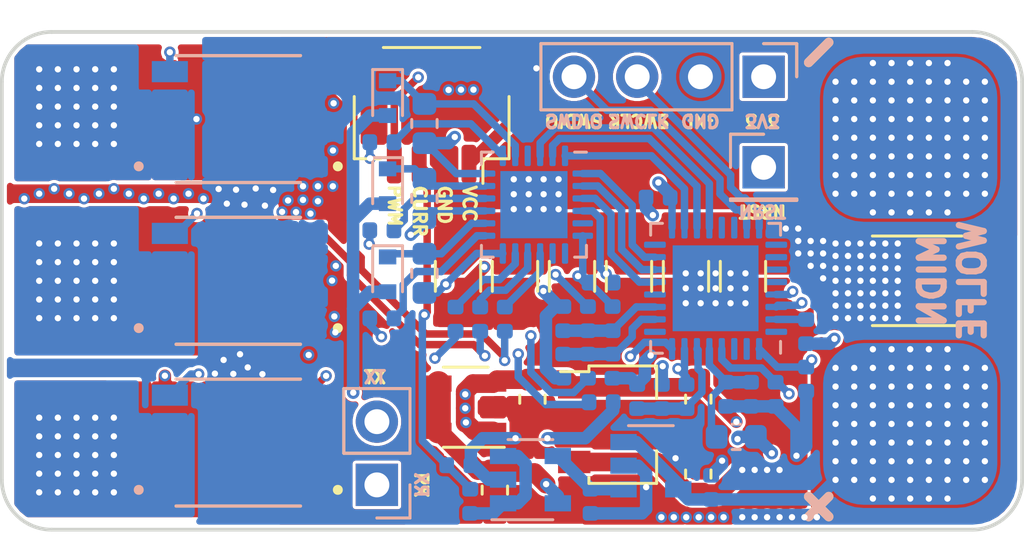
<source format=kicad_pcb>
(kicad_pcb (version 20171130) (host pcbnew "(5.1.6-0-10_14)")
  (layers (0 F.Cu signal) (1 In1.Cu signal) (2 In2.Cu signal) (31 B.Cu signal) (34 B.Paste user hide) (35 F.Paste user hide) (36 B.SilkS user hide) (37 F.SilkS user) (38 B.Mask user hide) (39 F.Mask user hide) (44 Edge.Cuts user))
  (net 0 "")
  (net 1 VCC)
  (net 2 GND)
  (net 3 "/MOSFET Driver/HIN1")
  (net 4 +3V3)
  (net 5 /MCU/LIN1)
  (net 6 /MCU/HIN1)
  (net 7 /MCU/HIN2)
  (net 8 /MCU/LIN3)
  (net 9 /MCU/LIN2)
  (net 10 +12V)
  (net 11 /MCU/PhaseB)
  (net 12 "/MOSFET Driver/VB2")
  (net 13 /MCU/PhaseA)
  (net 14 "/MOSFET Driver/VB1")
  (net 15 /MCU/PhaseC)
  (net 16 "/MOSFET Driver/VB3")
  (net 17 "Net-(Q1-Pad4)")
  (net 18 "Net-(Q2-Pad4)")
  (net 19 "Net-(Q3-Pad4)")
  (net 20 "Net-(Q4-Pad4)")
  (net 21 "Net-(Q5-Pad4)")
  (net 22 "Net-(Q6-Pad4)")
  (net 23 "/MOSFET Driver/HO1")
  (net 24 "/MOSFET Driver/LO1")
  (net 25 "/MOSFET Driver/HO2")
  (net 26 "/MOSFET Driver/LO2")
  (net 27 "/MOSFET Driver/HO3")
  (net 28 "/MOSFET Driver/LO3")
  (net 29 /MCU/SenseA)
  (net 30 /MCU/SenseCOM)
  (net 31 /MCU/SenseB)
  (net 32 /MCU/SenseC)
  (net 33 /MCU/NRST)
  (net 34 /MCU/BOOT0)
  (net 35 "Net-(R24-Pad1)")
  (net 36 /MCU/PWM)
  (net 37 /MCU/SWCLK)
  (net 38 /MCU/SWDIO)
  (net 39 +3.3VA)
  (net 40 VCC_Shunt)
  (net 41 "/Curent Sense/CURR")
  (net 42 "Net-(R2-Pad1)")
  (net 43 "Net-(R3-Pad2)")
  (net 44 /MCU/USART1_TX)
  (net 45 /MCU/USART1_RX)
  (module Footprints:SCMM2512S5-R001F (layer F.Cu) (at 255.88 80 180)
    (fp_text reference R1)
    (fp_text value 5m)
    (pad 2 smd roundrect (at 2.075 0 180) (size 3.2 3.4) (layers F.Cu F.Paste F.Mask) (net 40 VCC_Shunt))
    (pad 1 smd roundrect (at -2.075 0 180) (size 3.2 3.4) (layers F.Cu F.Paste F.Mask) (net 1 VCC))
  )
  (module Connector_PinHeader_2.54mm:PinHeader_1x02_P2.54mm_Vertical (layer F.Cu) (at 234.07 88.2 180)
    (fp_text reference J6)
    (fp_text value Conn_01x02)
    (pad 2 thru_hole oval (at 0 2.54 180) (size 1.7 1.7) (drill 1) (layers *.Cu *.Mask) (net 44 /MCU/USART1_TX))
    (pad 1 thru_hole rect (at 0 0 180) (size 1.7 1.7) (drill 1) (layers *.Cu *.Mask) (net 45 /MCU/USART1_RX))
  )
  (module Connector_Wire:Conn_PowerPad (layer F.Cu) (at 255 80 90)
    (fp_text reference J1)
    (fp_text value Conn_01x02)
    (pad 2 thru_hole roundrect (at 5.75 0.5 90) (size 6.5 7) (drill 0.254) (layers *.Cu *.Mask) (net 2 GND))
    (pad 1 thru_hole roundrect (at -5.75 0.5 90) (size 6.5 7) (drill 0.254) (layers *.Cu *.Mask) (net 1 VCC))
  )
  (module Resistor_SMD:R_0402_1005Metric (layer B.Cu) (at 237.82 88.86 270)
    (fp_text reference R3)
    (fp_text value 500)
    (pad 2 smd roundrect (at 0.485 0 270) (size 0.59 0.64) (layers B.Cu B.Paste B.Mask) (net 43 "Net-(R3-Pad2)"))
    (pad 1 smd roundrect (at -0.485 0 270) (size 0.59 0.64) (layers B.Cu B.Paste B.Mask) (net 41 "/Curent Sense/CURR"))
  )
  (module Package_TO_SOT_SMD:SOT-23-5 (layer B.Cu) (at 240.24 87.99)
    (fp_text reference U7)
    (fp_text value OPA340NA)
    (pad 5 smd rect (at 1.1 0.95) (size 1.06 0.65) (layers B.Cu B.Paste B.Mask) (net 4 +3V3))
    (pad 4 smd rect (at 1.1 -0.95) (size 1.06 0.65) (layers B.Cu B.Paste B.Mask) (net 42 "Net-(R2-Pad1)"))
    (pad 3 smd rect (at -1.1 -0.95) (size 1.06 0.65) (layers B.Cu B.Paste B.Mask) (net 43 "Net-(R3-Pad2)"))
    (pad 2 smd rect (at -1.1 0) (size 1.06 0.65) (layers B.Cu B.Paste B.Mask) (net 2 GND))
    (pad 1 smd rect (at -1.1 0.95) (size 1.06 0.65) (layers B.Cu B.Paste B.Mask) (net 43 "Net-(R3-Pad2)"))
  )
  (module Capacitor_SMD:C_0402_1005Metric (layer B.Cu) (at 237.36 87.41 180)
    (fp_text reference C8)
    (fp_text value 3.3nF)
    (pad 2 smd roundrect (at 0.485 0 180) (size 0.59 0.64) (layers B.Cu B.Paste B.Mask) (net 41 "/Curent Sense/CURR"))
    (pad 1 smd roundrect (at -0.485 0 180) (size 0.59 0.64) (layers B.Cu B.Paste B.Mask) (net 2 GND))
  )
  (module Connector_JST:JST_SH_SM04B-SRSS-TB_1x04-1MP_P1.00mm_Horizontal (layer F.Cu) (at 236.27 73.31 180)
    (fp_text reference J2)
    (fp_text value Conn_01x04)
    (pad 2 smd roundrect (at 2.8 1.875 180) (size 1.2 1.8) (layers F.Cu F.Paste F.Mask) (roundrect_rratio 0.208) (net 2 GND))
    (pad 2 smd roundrect (at -2.8 1.875 180) (size 1.2 1.8) (layers F.Cu F.Paste F.Mask) (roundrect_rratio 0.208) (net 2 GND))
    (pad 4 smd roundrect (at 1.5 -2 180) (size 0.6 1.55) (layers F.Cu F.Paste F.Mask) (net 36 /MCU/PWM))
    (pad 3 smd roundrect (at 0.5 -2 180) (size 0.6 1.55) (layers F.Cu F.Paste F.Mask) (net 41 "/Curent Sense/CURR"))
    (pad 2 smd roundrect (at -0.5 -2 180) (size 0.6 1.55) (layers F.Cu F.Paste F.Mask) (net 2 GND))
    (pad 1 smd roundrect (at -1.5 -2 180) (size 0.6 1.55) (layers F.Cu F.Paste F.Mask) (net 40 VCC_Shunt))
  )
  (module Package_TO_SOT_SMD:SOT-89-3 (layer F.Cu) (at 243.65 85.78)
    (fp_text reference U3)
    (fp_text value L78L12_SOT89)
    (pad 2 smd custom (at -1.5625 0) (size 1.475 0.9) (layers F.Cu F.Paste F.Mask) (net 2 GND) (options (clearance outline) (anchor rect)) (primitives (gr_poly (pts (xy 0.7375 -0.8665) (xy 3.8625 -0.8665) (xy 3.8625 0.8665) (xy 0.7375 0.8665)) (width 0))))
    (pad 3 smd rect (at -1.65 1.5) (size 1.3 0.9) (layers F.Cu F.Paste F.Mask) (net 40 VCC_Shunt))
    (pad 1 smd rect (at -1.65 -1.5) (size 1.3 0.9) (layers F.Cu F.Paste F.Mask) (net 10 +12V))
  )
  (module Resistor_SMD:R_0402_1005Metric (layer B.Cu) (at 242.66 88.86 270)
    (fp_text reference R2)
    (fp_text value 60k)
    (pad 2 smd roundrect (at 0.485 0 270) (size 0.59 0.64) (layers B.Cu B.Paste B.Mask) (net 2 GND))
    (pad 1 smd roundrect (at -0.485 0 270) (size 0.59 0.64) (layers B.Cu B.Paste B.Mask) (net 42 "Net-(R2-Pad1)"))
  )
  (module Capacitor_SMD:C_0402_1005Metric (layer B.Cu) (at 247.5 88.3 270)
    (fp_text reference C7)
    (fp_text value 0.1uF)
    (pad 2 smd roundrect (at 0.485 0 270) (size 0.59 0.64) (layers B.Cu B.Paste B.Mask) (net 1 VCC))
    (pad 1 smd roundrect (at -0.485 0 270) (size 0.59 0.64) (layers B.Cu B.Paste B.Mask) (net 2 GND))
  )
  (module Inductor_SMD:L_0603_1608Metric (layer B.Cu) (at 248.51 86.27)
    (fp_text reference FB1)
    (fp_text value 100@100MHz)
    (pad 2 smd roundrect (at 0.7875 0) (size 0.875 0.95) (layers B.Cu B.Paste B.Mask) (net 4 +3V3))
    (pad 1 smd roundrect (at -0.7875 0) (size 0.875 0.95) (layers B.Cu B.Paste B.Mask) (net 39 +3.3VA))
  )
  (module Capacitor_SMD:C_0402_1005Metric (layer B.Cu) (at 249.1 84.56 270)
    (fp_text reference C6)
    (fp_text value 1uF)
    (pad 2 smd roundrect (at 0.485 0 270) (size 0.59 0.64) (layers B.Cu B.Paste B.Mask) (net 2 GND))
    (pad 1 smd roundrect (at -0.485 0 270) (size 0.59 0.64) (layers B.Cu B.Paste B.Mask) (net 39 +3.3VA))
  )
  (module Package_TO_SOT_SMD:SOT-23-5 (layer B.Cu) (at 245.08 87.43)
    (fp_text reference U5)
    (fp_text value INA139)
    (pad 5 smd rect (at 1.1 0.95) (size 1.06 0.65) (layers B.Cu B.Paste B.Mask) (net 1 VCC))
    (pad 4 smd rect (at 1.1 -0.95) (size 1.06 0.65) (layers B.Cu B.Paste B.Mask) (net 40 VCC_Shunt))
    (pad 3 smd rect (at -1.1 -0.95) (size 1.06 0.65) (layers B.Cu B.Paste B.Mask) (net 1 VCC))
    (pad 2 smd rect (at -1.1 0) (size 1.06 0.65) (layers B.Cu B.Paste B.Mask) (net 2 GND))
    (pad 1 smd rect (at -1.1 0.95) (size 1.06 0.65) (layers B.Cu B.Paste B.Mask) (net 42 "Net-(R2-Pad1)"))
  )
  (module Connector_PinHeader_2.54mm:PinHeader_1x01_P2.54mm_Vertical (layer F.Cu) (at 249.61 75.44)
    (fp_text reference J5)
    (fp_text value Conn_01x01)
    (pad 1 thru_hole rect (at 0 0) (size 1.7 1.7) (drill 1) (layers *.Cu *.Mask) (net 33 /MCU/NRST))
  )
  (module Connector_PinHeader_2.54mm:PinHeader_1x04_P2.54mm_Vertical (layer F.Cu) (at 249.61 71.8 270)
    (fp_text reference J3)
    (fp_text value Conn_01x04)
    (pad 4 thru_hole oval (at 0 7.62 270) (size 1.7 1.7) (drill 1) (layers *.Cu *.Mask) (net 38 /MCU/SWDIO))
    (pad 3 thru_hole oval (at 0 5.08 270) (size 1.7 1.7) (drill 1) (layers *.Cu *.Mask) (net 37 /MCU/SWCLK))
    (pad 2 thru_hole oval (at 0 2.54 270) (size 1.7 1.7) (drill 1) (layers *.Cu *.Mask) (net 2 GND))
    (pad 1 thru_hole rect (at 0 0 270) (size 1.7 1.7) (drill 1) (layers *.Cu *.Mask) (net 4 +3V3))
  )
  (module Diode_SMD:D_SOD-523 (layer B.Cu) (at 234.5 79.74 270)
    (fp_text reference D4)
    (fp_text value 250V)
    (pad 1 smd rect (at -0.7 0 90) (size 0.6 0.7) (layers B.Cu B.Paste B.Mask) (net 16 "/MOSFET Driver/VB3"))
    (pad 2 smd rect (at 0.7 0 90) (size 0.6 0.7) (layers B.Cu B.Paste B.Mask) (net 10 +12V))
  )
  (module Diode_SMD:D_SOD-523 (layer B.Cu) (at 234.5 72.66 270)
    (fp_text reference D3)
    (fp_text value 250V)
    (pad 1 smd rect (at -0.7 0 90) (size 0.6 0.7) (layers B.Cu B.Paste B.Mask) (net 14 "/MOSFET Driver/VB1"))
    (pad 2 smd rect (at 0.7 0 90) (size 0.6 0.7) (layers B.Cu B.Paste B.Mask) (net 10 +12V))
  )
  (module Diode_SMD:D_SOD-523 (layer B.Cu) (at 234.5 76.2 270)
    (fp_text reference D2)
    (fp_text value 250V)
    (pad 1 smd rect (at -0.7 0 90) (size 0.6 0.7) (layers B.Cu B.Paste B.Mask) (net 12 "/MOSFET Driver/VB2"))
    (pad 2 smd rect (at 0.7 0 90) (size 0.6 0.7) (layers B.Cu B.Paste B.Mask) (net 10 +12V))
  )
  (module Connector_Wire:Conn_MotorPhase (layer F.Cu) (at 222 80 90)
    (fp_text reference J4)
    (fp_text value Conn_01x03)
    (pad 3 thru_hole roundrect (at 7 0 90) (size 4 4) (drill 0.254) (layers *.Cu *.Mask) (roundrect_rratio 0.15) (net 15 /MCU/PhaseC))
    (pad 2 thru_hole roundrect (at 0 0 90) (size 4 4) (drill 0.254) (layers *.Cu *.Mask) (roundrect_rratio 0.15) (net 11 /MCU/PhaseB))
    (pad 1 thru_hole roundrect (at -7 0 90) (size 4 4) (drill 0.254) (layers *.Cu *.Mask) (roundrect_rratio 0.15) (net 13 /MCU/PhaseA))
  )
  (module Capacitor_SMD:C_0603_1608Metric (layer B.Cu) (at 235.98 76.69 270)
    (fp_text reference C12)
    (fp_text value 0.1uF)
    (pad 2 smd roundrect (at 0.7875 0 270) (size 0.875 0.95) (layers B.Cu B.Paste B.Mask) (net 11 /MCU/PhaseB))
    (pad 1 smd roundrect (at -0.7875 0 270) (size 0.875 0.95) (layers B.Cu B.Paste B.Mask) (net 12 "/MOSFET Driver/VB2"))
  )
  (module Capacitor_SMD:C_0603_1608Metric (layer F.Cu) (at 246.985 84.755 270)
    (fp_text reference C5)
    (fp_text value 0.1uF)
    (pad 2 smd roundrect (at 0.7875 0 270) (size 0.875 0.95) (layers F.Cu F.Paste F.Mask) (net 2 GND))
    (pad 1 smd roundrect (at -0.7875 0 270) (size 0.875 0.95) (layers F.Cu F.Paste F.Mask) (net 10 +12V))
  )
  (module Capacitor_SMD:C_0603_1608Metric (layer F.Cu) (at 246.985 87.765 90)
    (fp_text reference C4)
    (fp_text value 0.33uF)
    (pad 2 smd roundrect (at 0.7875 0 90) (size 0.875 0.95) (layers F.Cu F.Paste F.Mask) (net 2 GND))
    (pad 1 smd roundrect (at -0.7875 0 90) (size 0.875 0.95) (layers F.Cu F.Paste F.Mask) (net 40 VCC_Shunt))
  )
  (module Capacitor_SMD:C_0402_1005Metric (layer B.Cu) (at 243.08 80.07 180)
    (fp_text reference C11)
    (fp_text value 0.1uF)
    (pad 2 smd roundrect (at 0.485 0 180) (size 0.59 0.64) (layers B.Cu B.Paste B.Mask) (net 2 GND))
    (pad 1 smd roundrect (at -0.485 0 180) (size 0.59 0.64) (layers B.Cu B.Paste B.Mask) (net 10 +12V))
  )
  (module Resistor_SMD:R_0402_1005Metric (layer B.Cu) (at 242.55 83.43 270)
    (fp_text reference R15)
    (fp_text value 10k)
    (pad 2 smd roundrect (at 0.485 0 270) (size 0.59 0.64) (layers B.Cu B.Paste B.Mask) (net 11 /MCU/PhaseB))
    (pad 1 smd roundrect (at -0.485 0 270) (size 0.59 0.64) (layers B.Cu B.Paste B.Mask) (net 31 /MCU/SenseB))
  )
  (module Footprints:TPHR8504PL (layer B.Cu) (at 228.5 73.5)
    (fp_text reference Q5)
    (fp_text value TPHR8504PL)
    (pad 9 smd rect (at 0.55 0) (size 3.75 4.7) (layers B.Cu B.Mask) (net 40 VCC_Shunt))
    (pad 8 smd rect (at 2.95 1.905) (size 1.05 0.85) (layers B.Cu B.Paste B.Mask) (net 40 VCC_Shunt))
    (pad 7 smd rect (at 2.95 0.635) (size 1.05 0.85) (layers B.Cu B.Paste B.Mask) (net 40 VCC_Shunt))
    (pad 6 smd rect (at 2.95 -0.635) (size 1.05 0.85) (layers B.Cu B.Paste B.Mask) (net 40 VCC_Shunt))
    (pad 5 smd rect (at 2.95 -1.905) (size 1.05 0.85) (layers B.Cu B.Paste B.Mask) (net 40 VCC_Shunt))
    (pad 4 smd rect (at -2.75 -1.905) (size 1.45 0.85) (layers B.Cu B.Paste B.Mask) (net 21 "Net-(Q5-Pad4)"))
    (pad 3 smd rect (at -2.75 -0.635) (size 1.45 0.85) (layers B.Cu B.Paste B.Mask) (net 15 /MCU/PhaseC))
    (pad 2 smd rect (at -2.75 0.635) (size 1.45 0.85) (layers B.Cu B.Paste B.Mask) (net 15 /MCU/PhaseC))
    (pad 1 smd rect (at -2.75 1.905) (size 1.45 0.85) (layers B.Cu B.Paste B.Mask) (net 15 /MCU/PhaseC))
  )
  (module Package_TO_SOT_SMD:SOT-23-5 (layer F.Cu) (at 237.64 85.08 180)
    (fp_text reference U4)
    (fp_text value LP2985-3.3)
    (pad 5 smd rect (at 1.1 -0.95 180) (size 1.06 0.65) (layers F.Cu F.Paste F.Mask) (net 4 +3V3))
    (pad 4 smd rect (at 1.1 0.95 180) (size 1.06 0.65) (layers F.Cu F.Paste F.Mask) (net 4 +3V3))
    (pad 3 smd rect (at -1.1 0.95 180) (size 1.06 0.65) (layers F.Cu F.Paste F.Mask) (net 10 +12V))
    (pad 2 smd rect (at -1.1 0 180) (size 1.06 0.65) (layers F.Cu F.Paste F.Mask) (net 2 GND))
    (pad 1 smd rect (at -1.1 -0.95 180) (size 1.06 0.65) (layers F.Cu F.Paste F.Mask) (net 10 +12V))
  )
  (module Capacitor_SMD:C_0603_1608Metric (layer F.Cu) (at 238.81 88.41 270)
    (fp_text reference C24)
    (fp_text value 2.2uF)
    (pad 2 smd roundrect (at 0.7875 0 270) (size 0.875 0.95) (layers F.Cu F.Paste F.Mask) (net 2 GND))
    (pad 1 smd roundrect (at -0.7875 0 270) (size 0.875 0.95) (layers F.Cu F.Paste F.Mask) (net 4 +3V3))
  )
  (module Capacitor_SMD:C_0402_1005Metric (layer F.Cu) (at 240.06 87.22 90)
    (fp_text reference C23)
    (fp_text value 10nF)
    (pad 2 smd roundrect (at 0.485 0 90) (size 0.59 0.64) (layers F.Cu F.Paste F.Mask) (net 2 GND))
    (pad 1 smd roundrect (at -0.485 0 90) (size 0.59 0.64) (layers F.Cu F.Paste F.Mask) (net 4 +3V3))
  )
  (module Capacitor_SMD:C_0603_1608Metric (layer F.Cu) (at 240.32 84.76 270)
    (fp_text reference C22)
    (fp_text value 1uF)
    (pad 2 smd roundrect (at 0.7875 0 270) (size 0.875 0.95) (layers F.Cu F.Paste F.Mask) (net 2 GND))
    (pad 1 smd roundrect (at -0.7875 0 270) (size 0.875 0.95) (layers F.Cu F.Paste F.Mask) (net 10 +12V))
  )
  (module Capacitor_SMD:C_1206_3216Metric (layer F.Cu) (at 248.78 79.82 90)
    (fp_text reference C21)
    (fp_text value 0.1uF)
    (pad 2 smd roundrect (at 1.4 0 90) (size 1.25 1.75) (layers F.Cu F.Paste F.Mask) (roundrect_rratio 0.2) (net 40 VCC_Shunt))
    (pad 1 smd roundrect (at -1.4 0 90) (size 1.25 1.75) (layers F.Cu F.Paste F.Mask) (roundrect_rratio 0.2) (net 2 GND))
  )
  (module Capacitor_SMD:C_1206_3216Metric (layer F.Cu) (at 237.33 79.82 90)
    (fp_text reference C20)
    (fp_text value 0.1uF)
    (pad 2 smd roundrect (at 1.4 0 90) (size 1.25 1.75) (layers F.Cu F.Paste F.Mask) (roundrect_rratio 0.2) (net 40 VCC_Shunt))
    (pad 1 smd roundrect (at -1.4 0 90) (size 1.25 1.75) (layers F.Cu F.Paste F.Mask) (roundrect_rratio 0.2) (net 2 GND))
  )
  (module Capacitor_SMD:C_1206_3216Metric (layer F.Cu) (at 246.49 79.82 90)
    (fp_text reference C19)
    (fp_text value 0.1uF)
    (pad 2 smd roundrect (at 1.4 0 90) (size 1.25 1.75) (layers F.Cu F.Paste F.Mask) (roundrect_rratio 0.2) (net 40 VCC_Shunt))
    (pad 1 smd roundrect (at -1.4 0 90) (size 1.25 1.75) (layers F.Cu F.Paste F.Mask) (roundrect_rratio 0.2) (net 2 GND))
  )
  (module Capacitor_SMD:C_1206_3216Metric (layer F.Cu) (at 239.62 79.82 90)
    (fp_text reference C18)
    (fp_text value 0.1uF)
    (pad 2 smd roundrect (at 1.4 0 90) (size 1.25 1.75) (layers F.Cu F.Paste F.Mask) (roundrect_rratio 0.2) (net 40 VCC_Shunt))
    (pad 1 smd roundrect (at -1.4 0 90) (size 1.25 1.75) (layers F.Cu F.Paste F.Mask) (roundrect_rratio 0.2) (net 2 GND))
  )
  (module Capacitor_SMD:C_1206_3216Metric (layer F.Cu) (at 244.2 79.82 90)
    (fp_text reference C17)
    (fp_text value 0.1uF)
    (pad 2 smd roundrect (at 1.4 0 90) (size 1.25 1.75) (layers F.Cu F.Paste F.Mask) (roundrect_rratio 0.2) (net 40 VCC_Shunt))
    (pad 1 smd roundrect (at -1.4 0 90) (size 1.25 1.75) (layers F.Cu F.Paste F.Mask) (roundrect_rratio 0.2) (net 2 GND))
  )
  (module Capacitor_SMD:C_1206_3216Metric (layer F.Cu) (at 241.91 79.82 90)
    (fp_text reference C16)
    (fp_text value 0.1uF)
    (pad 2 smd roundrect (at 1.4 0 90) (size 1.25 1.75) (layers F.Cu F.Paste F.Mask) (roundrect_rratio 0.2) (net 40 VCC_Shunt))
    (pad 1 smd roundrect (at -1.4 0 90) (size 1.25 1.75) (layers F.Cu F.Paste F.Mask) (roundrect_rratio 0.2) (net 2 GND))
  )
  (module Footprints:TPHR8504PL (layer F.Cu) (at 228.5 73.5 180)
    (fp_text reference Q6)
    (fp_text value TPHR8504PL)
    (pad 9 smd rect (at 0.55 0 180) (size 3.75 4.7) (layers F.Cu F.Mask) (net 15 /MCU/PhaseC))
    (pad 8 smd rect (at 2.95 -1.905 180) (size 1.05 0.85) (layers F.Cu F.Paste F.Mask) (net 15 /MCU/PhaseC))
    (pad 7 smd rect (at 2.95 -0.635 180) (size 1.05 0.85) (layers F.Cu F.Paste F.Mask) (net 15 /MCU/PhaseC))
    (pad 6 smd rect (at 2.95 0.635 180) (size 1.05 0.85) (layers F.Cu F.Paste F.Mask) (net 15 /MCU/PhaseC))
    (pad 5 smd rect (at 2.95 1.905 180) (size 1.05 0.85) (layers F.Cu F.Paste F.Mask) (net 15 /MCU/PhaseC))
    (pad 4 smd rect (at -2.75 1.905 180) (size 1.45 0.85) (layers F.Cu F.Paste F.Mask) (net 22 "Net-(Q6-Pad4)"))
    (pad 3 smd rect (at -2.75 0.635 180) (size 1.45 0.85) (layers F.Cu F.Paste F.Mask) (net 2 GND))
    (pad 2 smd rect (at -2.75 -0.635 180) (size 1.45 0.85) (layers F.Cu F.Paste F.Mask) (net 2 GND))
    (pad 1 smd rect (at -2.75 -1.905 180) (size 1.45 0.85) (layers F.Cu F.Paste F.Mask) (net 2 GND))
  )
  (module Footprints:TPHR8504PL (layer F.Cu) (at 228.5 80 180)
    (fp_text reference Q4)
    (fp_text value TPHR8504PL)
    (pad 9 smd rect (at 0.55 0 180) (size 3.75 4.7) (layers F.Cu F.Mask) (net 11 /MCU/PhaseB))
    (pad 8 smd rect (at 2.95 -1.905 180) (size 1.05 0.85) (layers F.Cu F.Paste F.Mask) (net 11 /MCU/PhaseB))
    (pad 7 smd rect (at 2.95 -0.635 180) (size 1.05 0.85) (layers F.Cu F.Paste F.Mask) (net 11 /MCU/PhaseB))
    (pad 6 smd rect (at 2.95 0.635 180) (size 1.05 0.85) (layers F.Cu F.Paste F.Mask) (net 11 /MCU/PhaseB))
    (pad 5 smd rect (at 2.95 1.905 180) (size 1.05 0.85) (layers F.Cu F.Paste F.Mask) (net 11 /MCU/PhaseB))
    (pad 4 smd rect (at -2.75 1.905 180) (size 1.45 0.85) (layers F.Cu F.Paste F.Mask) (net 20 "Net-(Q4-Pad4)"))
    (pad 3 smd rect (at -2.75 0.635 180) (size 1.45 0.85) (layers F.Cu F.Paste F.Mask) (net 2 GND))
    (pad 2 smd rect (at -2.75 -0.635 180) (size 1.45 0.85) (layers F.Cu F.Paste F.Mask) (net 2 GND))
    (pad 1 smd rect (at -2.75 -1.905 180) (size 1.45 0.85) (layers F.Cu F.Paste F.Mask) (net 2 GND))
  )
  (module Footprints:TPHR8504PL (layer B.Cu) (at 228.5 80)
    (fp_text reference Q3)
    (fp_text value TPHR8504PL)
    (pad 9 smd rect (at 0.55 0) (size 3.75 4.7) (layers B.Cu B.Mask) (net 40 VCC_Shunt))
    (pad 8 smd rect (at 2.95 1.905) (size 1.05 0.85) (layers B.Cu B.Paste B.Mask) (net 40 VCC_Shunt))
    (pad 7 smd rect (at 2.95 0.635) (size 1.05 0.85) (layers B.Cu B.Paste B.Mask) (net 40 VCC_Shunt))
    (pad 6 smd rect (at 2.95 -0.635) (size 1.05 0.85) (layers B.Cu B.Paste B.Mask) (net 40 VCC_Shunt))
    (pad 5 smd rect (at 2.95 -1.905) (size 1.05 0.85) (layers B.Cu B.Paste B.Mask) (net 40 VCC_Shunt))
    (pad 4 smd rect (at -2.75 -1.905) (size 1.45 0.85) (layers B.Cu B.Paste B.Mask) (net 19 "Net-(Q3-Pad4)"))
    (pad 3 smd rect (at -2.75 -0.635) (size 1.45 0.85) (layers B.Cu B.Paste B.Mask) (net 11 /MCU/PhaseB))
    (pad 2 smd rect (at -2.75 0.635) (size 1.45 0.85) (layers B.Cu B.Paste B.Mask) (net 11 /MCU/PhaseB))
    (pad 1 smd rect (at -2.75 1.905) (size 1.45 0.85) (layers B.Cu B.Paste B.Mask) (net 11 /MCU/PhaseB))
  )
  (module Footprints:TPHR8504PL (layer F.Cu) (at 228.5 86.5 180)
    (fp_text reference Q2)
    (fp_text value TPHR8504PL)
    (pad 9 smd rect (at 0.55 0 180) (size 3.75 4.7) (layers F.Cu F.Mask) (net 13 /MCU/PhaseA))
    (pad 8 smd rect (at 2.95 -1.905 180) (size 1.05 0.85) (layers F.Cu F.Paste F.Mask) (net 13 /MCU/PhaseA))
    (pad 7 smd rect (at 2.95 -0.635 180) (size 1.05 0.85) (layers F.Cu F.Paste F.Mask) (net 13 /MCU/PhaseA))
    (pad 6 smd rect (at 2.95 0.635 180) (size 1.05 0.85) (layers F.Cu F.Paste F.Mask) (net 13 /MCU/PhaseA))
    (pad 5 smd rect (at 2.95 1.905 180) (size 1.05 0.85) (layers F.Cu F.Paste F.Mask) (net 13 /MCU/PhaseA))
    (pad 4 smd rect (at -2.75 1.905 180) (size 1.45 0.85) (layers F.Cu F.Paste F.Mask) (net 18 "Net-(Q2-Pad4)"))
    (pad 3 smd rect (at -2.75 0.635 180) (size 1.45 0.85) (layers F.Cu F.Paste F.Mask) (net 2 GND))
    (pad 2 smd rect (at -2.75 -0.635 180) (size 1.45 0.85) (layers F.Cu F.Paste F.Mask) (net 2 GND))
    (pad 1 smd rect (at -2.75 -1.905 180) (size 1.45 0.85) (layers F.Cu F.Paste F.Mask) (net 2 GND))
  )
  (module Footprints:TPHR8504PL (layer B.Cu) (at 228.5 86.5)
    (fp_text reference Q1)
    (fp_text value TPHR8504PL)
    (pad 9 smd rect (at 0.55 0) (size 3.75 4.7) (layers B.Cu B.Mask) (net 40 VCC_Shunt))
    (pad 8 smd rect (at 2.95 1.905) (size 1.05 0.85) (layers B.Cu B.Paste B.Mask) (net 40 VCC_Shunt))
    (pad 7 smd rect (at 2.95 0.635) (size 1.05 0.85) (layers B.Cu B.Paste B.Mask) (net 40 VCC_Shunt))
    (pad 6 smd rect (at 2.95 -0.635) (size 1.05 0.85) (layers B.Cu B.Paste B.Mask) (net 40 VCC_Shunt))
    (pad 5 smd rect (at 2.95 -1.905) (size 1.05 0.85) (layers B.Cu B.Paste B.Mask) (net 40 VCC_Shunt))
    (pad 4 smd rect (at -2.75 -1.905) (size 1.45 0.85) (layers B.Cu B.Paste B.Mask) (net 17 "Net-(Q1-Pad4)"))
    (pad 3 smd rect (at -2.75 -0.635) (size 1.45 0.85) (layers B.Cu B.Paste B.Mask) (net 13 /MCU/PhaseA))
    (pad 2 smd rect (at -2.75 0.635) (size 1.45 0.85) (layers B.Cu B.Paste B.Mask) (net 13 /MCU/PhaseA))
    (pad 1 smd rect (at -2.75 1.905) (size 1.45 0.85) (layers B.Cu B.Paste B.Mask) (net 13 /MCU/PhaseA))
  )
  (module Capacitor_SMD:C_0402_1005Metric (layer B.Cu) (at 251.32 83.95 270)
    (fp_text reference C1)
    (fp_text value 0.1uF)
    (pad 2 smd roundrect (at 0.485 0 270) (size 0.59 0.64) (layers B.Cu B.Paste B.Mask) (net 2 GND))
    (pad 1 smd roundrect (at -0.485 0 270) (size 0.59 0.64) (layers B.Cu B.Paste B.Mask) (net 4 +3V3))
  )
  (module Resistor_SMD:R_0402_1005Metric (layer B.Cu) (at 243.08 84.88 180)
    (fp_text reference R24)
    (fp_text value 1k)
    (pad 2 smd roundrect (at 0.485 0 180) (size 0.59 0.64) (layers B.Cu B.Paste B.Mask) (net 36 /MCU/PWM))
    (pad 1 smd roundrect (at -0.485 0 180) (size 0.59 0.64) (layers B.Cu B.Paste B.Mask) (net 35 "Net-(R24-Pad1)"))
  )
  (module Resistor_SMD:R_0402_1005Metric (layer B.Cu) (at 251.32 82.04 270)
    (fp_text reference R23)
    (fp_text value 1k)
    (pad 2 smd roundrect (at 0.485 0 270) (size 0.59 0.64) (layers B.Cu B.Paste B.Mask) (net 2 GND))
    (pad 1 smd roundrect (at -0.485 0 270) (size 0.59 0.64) (layers B.Cu B.Paste B.Mask) (net 34 /MCU/BOOT0))
  )
  (module Resistor_SMD:R_0402_1005Metric (layer B.Cu) (at 244.53 84.65 270)
    (fp_text reference R21)
    (fp_text value 1k)
    (pad 2 smd roundrect (at 0.485 0 270) (size 0.59 0.64) (layers B.Cu B.Paste B.Mask) (net 32 /MCU/SenseC))
    (pad 1 smd roundrect (at -0.485 0 270) (size 0.59 0.64) (layers B.Cu B.Paste B.Mask) (net 2 GND))
  )
  (module Resistor_SMD:R_0402_1005Metric (layer B.Cu) (at 243.54 83.43 90)
    (fp_text reference R20)
    (fp_text value 1k)
    (pad 2 smd roundrect (at 0.485 0 90) (size 0.59 0.64) (layers B.Cu B.Paste B.Mask) (net 31 /MCU/SenseB))
    (pad 1 smd roundrect (at -0.485 0 90) (size 0.59 0.64) (layers B.Cu B.Paste B.Mask) (net 2 GND))
  )
  (module Resistor_SMD:R_0402_1005Metric (layer B.Cu) (at 246.51 84.65 90)
    (fp_text reference R19)
    (fp_text value 3.93k)
    (pad 2 smd roundrect (at 0.485 0 90) (size 0.59 0.64) (layers B.Cu B.Paste B.Mask) (net 30 /MCU/SenseCOM))
    (pad 1 smd roundrect (at -0.485 0 90) (size 0.59 0.64) (layers B.Cu B.Paste B.Mask) (net 32 /MCU/SenseC))
  )
  (module Resistor_SMD:R_0402_1005Metric (layer B.Cu) (at 245.52 84.65 90)
    (fp_text reference R18)
    (fp_text value 10k)
    (pad 2 smd roundrect (at 0.485 0 90) (size 0.59 0.64) (layers B.Cu B.Paste B.Mask) (net 15 /MCU/PhaseC))
    (pad 1 smd roundrect (at -0.485 0 90) (size 0.59 0.64) (layers B.Cu B.Paste B.Mask) (net 32 /MCU/SenseC))
  )
  (module Resistor_SMD:R_0402_1005Metric (layer B.Cu) (at 241.56 83.43 270)
    (fp_text reference R17)
    (fp_text value 3.93k)
    (pad 2 smd roundrect (at 0.485 0 270) (size 0.59 0.64) (layers B.Cu B.Paste B.Mask) (net 30 /MCU/SenseCOM))
    (pad 1 smd roundrect (at -0.485 0 270) (size 0.59 0.64) (layers B.Cu B.Paste B.Mask) (net 31 /MCU/SenseB))
  )
  (module Resistor_SMD:R_0402_1005Metric (layer B.Cu) (at 243.54 81.52 270)
    (fp_text reference R16)
    (fp_text value 1k)
    (pad 2 smd roundrect (at 0.485 0 270) (size 0.59 0.64) (layers B.Cu B.Paste B.Mask) (net 29 /MCU/SenseA))
    (pad 1 smd roundrect (at -0.485 0 270) (size 0.59 0.64) (layers B.Cu B.Paste B.Mask) (net 2 GND))
  )
  (module Resistor_SMD:R_0402_1005Metric (layer B.Cu) (at 241.56 81.52 90)
    (fp_text reference R14)
    (fp_text value 3.93k)
    (pad 2 smd roundrect (at 0.485 0 90) (size 0.59 0.64) (layers B.Cu B.Paste B.Mask) (net 30 /MCU/SenseCOM))
    (pad 1 smd roundrect (at -0.485 0 90) (size 0.59 0.64) (layers B.Cu B.Paste B.Mask) (net 29 /MCU/SenseA))
  )
  (module Resistor_SMD:R_0402_1005Metric (layer B.Cu) (at 242.55 81.52 90)
    (fp_text reference R13)
    (fp_text value 10k)
    (pad 2 smd roundrect (at 0.485 0 90) (size 0.59 0.64) (layers B.Cu B.Paste B.Mask) (net 13 /MCU/PhaseA))
    (pad 1 smd roundrect (at -0.485 0 90) (size 0.59 0.64) (layers B.Cu B.Paste B.Mask) (net 29 /MCU/SenseA))
  )
  (module Resistor_SMD:R_0402_1005Metric (layer B.Cu) (at 239.21 81.54 90)
    (fp_text reference R12)
    (fp_text value 10)
    (pad 2 smd roundrect (at 0.485 0 90) (size 0.59 0.64) (layers B.Cu B.Paste B.Mask) (net 28 "/MOSFET Driver/LO3"))
    (pad 1 smd roundrect (at -0.485 0 90) (size 0.59 0.64) (layers B.Cu B.Paste B.Mask) (net 22 "Net-(Q6-Pad4)"))
  )
  (module Resistor_SMD:R_0402_1005Metric (layer B.Cu) (at 234.27 81.51)
    (fp_text reference R11)
    (fp_text value 10)
    (pad 2 smd roundrect (at 0.485 0) (size 0.59 0.64) (layers B.Cu B.Paste B.Mask) (net 27 "/MOSFET Driver/HO3"))
    (pad 1 smd roundrect (at -0.485 0) (size 0.59 0.64) (layers B.Cu B.Paste B.Mask) (net 21 "Net-(Q5-Pad4)"))
  )
  (module Resistor_SMD:R_0402_1005Metric (layer B.Cu) (at 238.22 81.54 90)
    (fp_text reference R10)
    (fp_text value 10)
    (pad 2 smd roundrect (at 0.485 0 90) (size 0.59 0.64) (layers B.Cu B.Paste B.Mask) (net 26 "/MOSFET Driver/LO2"))
    (pad 1 smd roundrect (at -0.485 0 90) (size 0.59 0.64) (layers B.Cu B.Paste B.Mask) (net 20 "Net-(Q4-Pad4)"))
  )
  (module Resistor_SMD:R_0402_1005Metric (layer B.Cu) (at 234.27 77.97)
    (fp_text reference R9)
    (fp_text value 10)
    (pad 2 smd roundrect (at 0.485 0) (size 0.59 0.64) (layers B.Cu B.Paste B.Mask) (net 25 "/MOSFET Driver/HO2"))
    (pad 1 smd roundrect (at -0.485 0) (size 0.59 0.64) (layers B.Cu B.Paste B.Mask) (net 19 "Net-(Q3-Pad4)"))
  )
  (module Resistor_SMD:R_0402_1005Metric (layer B.Cu) (at 237.23 81.54 90)
    (fp_text reference R8)
    (fp_text value 10)
    (pad 2 smd roundrect (at 0.485 0 90) (size 0.59 0.64) (layers B.Cu B.Paste B.Mask) (net 24 "/MOSFET Driver/LO1"))
    (pad 1 smd roundrect (at -0.485 0 90) (size 0.59 0.64) (layers B.Cu B.Paste B.Mask) (net 18 "Net-(Q2-Pad4)"))
  )
  (module Resistor_SMD:R_0402_1005Metric (layer B.Cu) (at 234.27 74.43)
    (fp_text reference R7)
    (fp_text value 10)
    (pad 2 smd roundrect (at 0.485 0) (size 0.59 0.64) (layers B.Cu B.Paste B.Mask) (net 23 "/MOSFET Driver/HO1"))
    (pad 1 smd roundrect (at -0.485 0) (size 0.59 0.64) (layers B.Cu B.Paste B.Mask) (net 17 "Net-(Q1-Pad4)"))
  )
  (module Capacitor_SMD:C_0402_1005Metric (layer B.Cu) (at 250.09 84.56 270)
    (fp_text reference C15)
    (fp_text value 0.1uF)
    (pad 2 smd roundrect (at 0.485 0 270) (size 0.59 0.64) (layers B.Cu B.Paste B.Mask) (net 2 GND))
    (pad 1 smd roundrect (at -0.485 0 270) (size 0.59 0.64) (layers B.Cu B.Paste B.Mask) (net 33 /MCU/NRST))
  )
  (module Capacitor_SMD:C_0603_1608Metric (layer B.Cu) (at 235.98 79.7 270)
    (fp_text reference C14)
    (fp_text value 0.1uF)
    (pad 2 smd roundrect (at 0.7875 0 270) (size 0.875 0.95) (layers B.Cu B.Paste B.Mask) (net 15 /MCU/PhaseC))
    (pad 1 smd roundrect (at -0.7875 0 270) (size 0.875 0.95) (layers B.Cu B.Paste B.Mask) (net 16 "/MOSFET Driver/VB3"))
  )
  (module Capacitor_SMD:C_0603_1608Metric (layer B.Cu) (at 235.98 73.68 270)
    (fp_text reference C13)
    (fp_text value 0.1uF)
    (pad 2 smd roundrect (at 0.7875 0 270) (size 0.875 0.95) (layers B.Cu B.Paste B.Mask) (net 13 /MCU/PhaseA))
    (pad 1 smd roundrect (at -0.7875 0 270) (size 0.875 0.95) (layers B.Cu B.Paste B.Mask) (net 14 "/MOSFET Driver/VB1"))
  )
  (module Capacitor_SMD:C_0402_1005Metric (layer B.Cu) (at 248.11 84.56 270)
    (fp_text reference C3)
    (fp_text value 10nF)
    (pad 2 smd roundrect (at 0.485 0 270) (size 0.59 0.64) (layers B.Cu B.Paste B.Mask) (net 2 GND))
    (pad 1 smd roundrect (at -0.485 0 270) (size 0.59 0.64) (layers B.Cu B.Paste B.Mask) (net 39 +3.3VA))
  )
  (module Capacitor_SMD:C_0402_1005Metric (layer B.Cu) (at 245.37 76.66 180)
    (fp_text reference C2)
    (fp_text value 0.1uF)
    (pad 2 smd roundrect (at 0.485 0 180) (size 0.59 0.64) (layers B.Cu B.Paste B.Mask) (net 2 GND))
    (pad 1 smd roundrect (at -0.485 0 180) (size 0.59 0.64) (layers B.Cu B.Paste B.Mask) (net 4 +3V3))
  )
  (module Package_DFN_QFN:QFN-32-1EP_5x5mm_P0.5mm_EP3.45x3.45mm (layer B.Cu) (at 247.68 80.3 90)
    (fp_text reference U2)
    (fp_text value STM32F051K6Ux)
    (pad 1 smd roundrect (at -2.4375 1.75 90) (size 0.875 0.25) (layers B.Cu B.Paste B.Mask) (net 4 +3V3))
    (pad 2 smd roundrect (at -2.4375 1.25 90) (size 0.875 0.25) (layers B.Cu B.Paste B.Mask))
    (pad 3 smd roundrect (at -2.4375 0.75 90) (size 0.875 0.25) (layers B.Cu B.Paste B.Mask))
    (pad 4 smd roundrect (at -2.4375 0.25 90) (size 0.875 0.25) (layers B.Cu B.Paste B.Mask) (net 33 /MCU/NRST))
    (pad 5 smd roundrect (at -2.4375 -0.25 90) (size 0.875 0.25) (layers B.Cu B.Paste B.Mask) (net 39 +3.3VA))
    (pad 6 smd roundrect (at -2.4375 -0.75 90) (size 0.875 0.25) (layers B.Cu B.Paste B.Mask) (net 32 /MCU/SenseC))
    (pad 7 smd roundrect (at -2.4375 -1.25 90) (size 0.875 0.25) (layers B.Cu B.Paste B.Mask) (net 30 /MCU/SenseCOM))
    (pad 8 smd roundrect (at -2.4375 -1.75 90) (size 0.875 0.25) (layers B.Cu B.Paste B.Mask) (net 35 "Net-(R24-Pad1)"))
    (pad 9 smd roundrect (at -1.75 -2.4375 90) (size 0.25 0.875) (layers B.Cu B.Paste B.Mask))
    (pad 10 smd roundrect (at -1.25 -2.4375 90) (size 0.25 0.875) (layers B.Cu B.Paste B.Mask) (net 31 /MCU/SenseB))
    (pad 11 smd roundrect (at -0.75 -2.4375 90) (size 0.25 0.875) (layers B.Cu B.Paste B.Mask) (net 29 /MCU/SenseA))
    (pad 12 smd roundrect (at -0.25 -2.4375 90) (size 0.25 0.875) (layers B.Cu B.Paste B.Mask))
    (pad 13 smd roundrect (at 0.25 -2.4375 90) (size 0.25 0.875) (layers B.Cu B.Paste B.Mask) (net 8 /MCU/LIN3))
    (pad 14 smd roundrect (at 0.75 -2.4375 90) (size 0.25 0.875) (layers B.Cu B.Paste B.Mask) (net 9 /MCU/LIN2))
    (pad 15 smd roundrect (at 1.25 -2.4375 90) (size 0.25 0.875) (layers B.Cu B.Paste B.Mask) (net 5 /MCU/LIN1))
    (pad 16 smd roundrect (at 1.75 -2.4375 90) (size 0.25 0.875) (layers B.Cu B.Paste B.Mask))
    (pad 17 smd roundrect (at 2.4375 -1.75 90) (size 0.875 0.25) (layers B.Cu B.Paste B.Mask) (net 4 +3V3))
    (pad 18 smd roundrect (at 2.4375 -1.25 90) (size 0.875 0.25) (layers B.Cu B.Paste B.Mask) (net 6 /MCU/HIN1))
    (pad 19 smd roundrect (at 2.4375 -0.75 90) (size 0.875 0.25) (layers B.Cu B.Paste B.Mask) (net 7 /MCU/HIN2))
    (pad 20 smd roundrect (at 2.4375 -0.25 90) (size 0.875 0.25) (layers B.Cu B.Paste B.Mask) (net 3 "/MOSFET Driver/HIN1"))
    (pad 21 smd roundrect (at 2.4375 0.25 90) (size 0.875 0.25) (layers B.Cu B.Paste B.Mask))
    (pad 22 smd roundrect (at 2.4375 0.75 90) (size 0.875 0.25) (layers B.Cu B.Paste B.Mask))
    (pad 23 smd roundrect (at 2.4375 1.25 90) (size 0.875 0.25) (layers B.Cu B.Paste B.Mask) (net 38 /MCU/SWDIO))
    (pad 24 smd roundrect (at 2.4375 1.75 90) (size 0.875 0.25) (layers B.Cu B.Paste B.Mask) (net 37 /MCU/SWCLK))
    (pad 25 smd roundrect (at 1.75 2.4375 90) (size 0.25 0.875) (layers B.Cu B.Paste B.Mask))
    (pad 26 smd roundrect (at 1.25 2.4375 90) (size 0.25 0.875) (layers B.Cu B.Paste B.Mask))
    (pad 27 smd roundrect (at 0.75 2.4375 90) (size 0.25 0.875) (layers B.Cu B.Paste B.Mask))
    (pad 28 smd roundrect (at 0.25 2.4375 90) (size 0.25 0.875) (layers B.Cu B.Paste B.Mask))
    (pad 29 smd roundrect (at -0.25 2.4375 90) (size 0.25 0.875) (layers B.Cu B.Paste B.Mask) (net 44 /MCU/USART1_TX))
    (pad 30 smd roundrect (at -0.75 2.4375 90) (size 0.25 0.875) (layers B.Cu B.Paste B.Mask) (net 45 /MCU/USART1_RX))
    (pad 31 smd roundrect (at -1.25 2.4375 90) (size 0.25 0.875) (layers B.Cu B.Paste B.Mask) (net 34 /MCU/BOOT0))
    (pad 32 smd roundrect (at -1.75 2.4375 90) (size 0.25 0.875) (layers B.Cu B.Paste B.Mask))
    (pad 33 smd rect (at 0 0 90) (size 3.45 3.45) (layers B.Cu B.Mask) (net 2 GND))
  )
  (module Package_DFN_QFN:QFN-24-1EP_4x4mm_P0.5mm_EP2.7x2.7mm (layer B.Cu) (at 240.38 76.94 180)
    (fp_text reference U1)
    (fp_text value FD6288Q)
    (pad 1 smd roundrect (at -1.9625 1.25 180) (size 0.825 0.25) (layers B.Cu B.Paste B.Mask) (net 5 /MCU/LIN1))
    (pad 2 smd roundrect (at -1.9625 0.75 180) (size 0.825 0.25) (layers B.Cu B.Paste B.Mask) (net 9 /MCU/LIN2))
    (pad 3 smd roundrect (at -1.9625 0.25 180) (size 0.825 0.25) (layers B.Cu B.Paste B.Mask) (net 8 /MCU/LIN3))
    (pad 4 smd roundrect (at -1.9625 -0.25 180) (size 0.825 0.25) (layers B.Cu B.Paste B.Mask) (net 10 +12V))
    (pad 5 smd roundrect (at -1.9625 -0.75 180) (size 0.825 0.25) (layers B.Cu B.Paste B.Mask))
    (pad 6 smd roundrect (at -1.9625 -1.25 180) (size 0.825 0.25) (layers B.Cu B.Paste B.Mask) (net 2 GND))
    (pad 7 smd roundrect (at -1.25 -1.9625 180) (size 0.25 0.825) (layers B.Cu B.Paste B.Mask))
    (pad 8 smd roundrect (at -0.75 -1.9625 180) (size 0.25 0.825) (layers B.Cu B.Paste B.Mask))
    (pad 9 smd roundrect (at -0.25 -1.9625 180) (size 0.25 0.825) (layers B.Cu B.Paste B.Mask) (net 28 "/MOSFET Driver/LO3"))
    (pad 10 smd roundrect (at 0.25 -1.9625 180) (size 0.25 0.825) (layers B.Cu B.Paste B.Mask) (net 26 "/MOSFET Driver/LO2"))
    (pad 11 smd roundrect (at 0.75 -1.9625 180) (size 0.25 0.825) (layers B.Cu B.Paste B.Mask) (net 24 "/MOSFET Driver/LO1"))
    (pad 12 smd roundrect (at 1.25 -1.9625 180) (size 0.25 0.825) (layers B.Cu B.Paste B.Mask) (net 15 /MCU/PhaseC))
    (pad 13 smd roundrect (at 1.9625 -1.25 180) (size 0.825 0.25) (layers B.Cu B.Paste B.Mask) (net 27 "/MOSFET Driver/HO3"))
    (pad 14 smd roundrect (at 1.9625 -0.75 180) (size 0.825 0.25) (layers B.Cu B.Paste B.Mask) (net 16 "/MOSFET Driver/VB3"))
    (pad 15 smd roundrect (at 1.9625 -0.25 180) (size 0.825 0.25) (layers B.Cu B.Paste B.Mask) (net 11 /MCU/PhaseB))
    (pad 16 smd roundrect (at 1.9625 0.25 180) (size 0.825 0.25) (layers B.Cu B.Paste B.Mask) (net 25 "/MOSFET Driver/HO2"))
    (pad 17 smd roundrect (at 1.9625 0.75 180) (size 0.825 0.25) (layers B.Cu B.Paste B.Mask) (net 12 "/MOSFET Driver/VB2"))
    (pad 18 smd roundrect (at 1.9625 1.25 180) (size 0.825 0.25) (layers B.Cu B.Paste B.Mask) (net 13 /MCU/PhaseA))
    (pad 19 smd roundrect (at 1.25 1.9625 180) (size 0.25 0.825) (layers B.Cu B.Paste B.Mask) (net 23 "/MOSFET Driver/HO1"))
    (pad 20 smd roundrect (at 0.75 1.9625 180) (size 0.25 0.825) (layers B.Cu B.Paste B.Mask) (net 14 "/MOSFET Driver/VB1"))
    (pad 21 smd roundrect (at 0.25 1.9625 180) (size 0.25 0.825) (layers B.Cu B.Paste B.Mask))
    (pad 22 smd roundrect (at -0.25 1.9625 180) (size 0.25 0.825) (layers B.Cu B.Paste B.Mask) (net 3 "/MOSFET Driver/HIN1"))
    (pad 23 smd roundrect (at -0.75 1.9625 180) (size 0.25 0.825) (layers B.Cu B.Paste B.Mask) (net 7 /MCU/HIN2))
    (pad 24 smd roundrect (at -1.25 1.9625 180) (size 0.25 0.825) (layers B.Cu B.Paste B.Mask) (net 6 /MCU/HIN1))
    (pad 25 smd rect (at 0 0 180) (size 2.7 2.7) (layers B.Cu B.Mask) (net 2 GND))
  )
  (gr_text "MIDN\nWOLFE" (at 257.2 80 90) (layer B.SilkS) (effects (font (size 1 1) (thickness 0.25)) (justify mirror)))
  (gr_text NRST (at 249.56 77.21 180) (layer B.SilkS) (effects (font (size 0.5 0.5) (thickness 0.125)) (justify mirror)))
  (gr_text 3V3 (at 249.56 73.57 180) (layer B.SilkS) (effects (font (size 0.5 0.5) (thickness 0.125)) (justify mirror)))
  (gr_text GND (at 247.07 73.57 180) (layer B.SilkS) (effects (font (size 0.5 0.5) (thickness 0.125)) (justify mirror)))
  (gr_text SWCLK (at 244.59 73.57 180) (layer B.SilkS) (effects (font (size 0.5 0.5) (thickness 0.125)) (justify mirror)))
  (gr_text SWDIO (at 241.99 73.57 180) (layer B.SilkS) (effects (font (size 0.5 0.5) (thickness 0.125)) (justify mirror)))
  (gr_text TX (at 233.99 83.88) (layer B.SilkS) (effects (font (size 0.5 0.5) (thickness 0.125)) (justify mirror)))
  (gr_text RX (at 235.85 88.2 270) (layer B.SilkS) (effects (font (size 0.5 0.5) (thickness 0.125)) (justify mirror)))
  (gr_text RX (at 235.85 88.2 270) (layer F.SilkS) (effects (font (size 0.5 0.5) (thickness 0.125))))
  (gr_text TX (at 233.99 83.88) (layer F.SilkS) (effects (font (size 0.5 0.5) (thickness 0.125))))
  (gr_text NRST (at 249.56 77.21 180) (layer F.SilkS) (effects (font (size 0.5 0.5) (thickness 0.125))))
  (gr_text 3V3 (at 249.56 73.57 180) (layer F.SilkS) (effects (font (size 0.5 0.5) (thickness 0.125))))
  (gr_text GND (at 247.07 73.57 180) (layer F.SilkS) (effects (font (size 0.5 0.5) (thickness 0.125))))
  (gr_text SWCLK (at 244.59 73.57 180) (layer F.SilkS) (effects (font (size 0.5 0.5) (thickness 0.125))))
  (gr_text SWDIO (at 241.99 73.57 180) (layer F.SilkS) (effects (font (size 0.5 0.5) (thickness 0.125))))
  (gr_arc (start 221 88) (end 219 88) (angle -90) (layer Edge.Cuts) (width 0.15))
  (gr_arc (start 221 72) (end 221 70) (angle -90) (layer Edge.Cuts) (width 0.15))
  (gr_arc (start 258 72) (end 260 72) (angle -90) (layer Edge.Cuts) (width 0.15))
  (gr_arc (start 258 88) (end 258 90) (angle -90) (layer Edge.Cuts) (width 0.15))
  (gr_text + (at 251.75 89 45) (layer B.SilkS) (effects (font (size 1.5 1.5) (thickness 0.375))))
  (gr_text - (at 251.75 70.75 45) (layer B.SilkS) (effects (font (size 1.5 1.5) (thickness 0.375))))
  (gr_text PWM (at 234.79 76.98 270) (layer F.SilkS) (effects (font (size 0.5 0.5) (thickness 0.125))))
  (gr_text CURR (at 235.79 77.2 270) (layer F.SilkS) (effects (font (size 0.5 0.5) (thickness 0.125))))
  (gr_text GND (at 236.79 76.95 270) (layer F.SilkS) (effects (font (size 0.5 0.5) (thickness 0.125))))
  (gr_text VCC (at 237.79 76.9 270) (layer F.SilkS) (effects (font (size 0.5 0.5) (thickness 0.125))))
  (gr_text - (at 251.75 70.75 45) (layer F.SilkS) (effects (font (size 1.5 1.5) (thickness 0.375)) (justify mirror)))
  (gr_text + (at 251.75 89 45) (layer F.SilkS) (effects (font (size 1.5 1.5) (thickness 0.375)) (justify mirror)))
  (gr_line (start 219 88) (end 219 72) (layer Edge.Cuts) (width 0.15))
  (gr_line (start 258 90) (end 221 90) (layer Edge.Cuts) (width 0.15))
  (gr_line (start 260 72) (end 260 88) (layer Edge.Cuts) (width 0.15))
  (gr_line (start 221 70) (end 258 70) (layer Edge.Cuts) (width 0.15))
  (via (at 252.5 88) (size 0.4572) (drill 0.254) (layers F.Cu B.Cu) (net 1))
  (via (at 254.75 88) (size 0.4572) (drill 0.254) (layers F.Cu B.Cu) (net 1))
  (via (at 254 88) (size 0.4572) (drill 0.254) (layers F.Cu B.Cu) (net 1))
  (via (at 253.25 88) (size 0.4572) (drill 0.254) (layers F.Cu B.Cu) (net 1))
  (via (at 253.25 87.25) (size 0.4572) (drill 0.254) (layers F.Cu B.Cu) (net 1))
  (via (at 254.75 87.25) (size 0.4572) (drill 0.254) (layers F.Cu B.Cu) (net 1))
  (via (at 254 87.25) (size 0.4572) (drill 0.254) (layers F.Cu B.Cu) (net 1))
  (via (at 255.5 86.5) (size 0.4572) (drill 0.254) (layers F.Cu B.Cu) (net 1))
  (via (at 254 86.5) (size 0.4572) (drill 0.254) (layers F.Cu B.Cu) (net 1))
  (via (at 254.75 86.5) (size 0.4572) (drill 0.254) (layers F.Cu B.Cu) (net 1))
  (via (at 254.75 85.75) (size 0.4572) (drill 0.254) (layers F.Cu B.Cu) (net 1))
  (via (at 254 88.75) (size 0.4572) (drill 0.254) (layers F.Cu B.Cu) (net 1))
  (via (at 254.75 88.75) (size 0.4572) (drill 0.254) (layers F.Cu B.Cu) (net 1))
  (via (at 257 88.75) (size 0.4572) (drill 0.254) (layers F.Cu B.Cu) (net 1))
  (via (at 255.5 88.75) (size 0.4572) (drill 0.254) (layers F.Cu B.Cu) (net 1))
  (via (at 256.25 88.75) (size 0.4572) (drill 0.254) (layers F.Cu B.Cu) (net 1))
  (via (at 255.5 88) (size 0.4572) (drill 0.254) (layers F.Cu B.Cu) (net 1))
  (via (at 256.25 88) (size 0.4572) (drill 0.254) (layers F.Cu B.Cu) (net 1))
  (via (at 257 88) (size 0.4572) (drill 0.254) (layers F.Cu B.Cu) (net 1))
  (via (at 257.75 88) (size 0.4572) (drill 0.254) (layers F.Cu B.Cu) (net 1))
  (via (at 258.5 88) (size 0.4572) (drill 0.254) (layers F.Cu B.Cu) (net 1))
  (via (at 255.5 87.25) (size 0.4572) (drill 0.254) (layers F.Cu B.Cu) (net 1))
  (via (at 252.5 87.25) (size 0.4572) (drill 0.254) (layers F.Cu B.Cu) (net 1))
  (via (at 253.25 86.5) (size 0.4572) (drill 0.254) (layers F.Cu B.Cu) (net 1))
  (via (at 252.5 86.5) (size 0.4572) (drill 0.254) (layers F.Cu B.Cu) (net 1))
  (via (at 254 85.75) (size 0.4572) (drill 0.254) (layers F.Cu B.Cu) (net 1))
  (via (at 253.25 85.75) (size 0.4572) (drill 0.254) (layers F.Cu B.Cu) (net 1))
  (via (at 252.5 85.75) (size 0.4572) (drill 0.254) (layers F.Cu B.Cu) (net 1))
  (via (at 252.5 85) (size 0.4572) (drill 0.254) (layers F.Cu B.Cu) (net 1))
  (via (at 253.25 85) (size 0.4572) (drill 0.254) (layers F.Cu B.Cu) (net 1))
  (via (at 254 85) (size 0.4572) (drill 0.254) (layers F.Cu B.Cu) (net 1))
  (via (at 252.5 84.25) (size 0.4572) (drill 0.254) (layers F.Cu B.Cu) (net 1))
  (via (at 254 84.25) (size 0.4572) (drill 0.254) (layers F.Cu B.Cu) (net 1))
  (via (at 253.25 84.25) (size 0.4572) (drill 0.254) (layers F.Cu B.Cu) (net 1))
  (via (at 252.5 83.5) (size 0.4572) (drill 0.254) (layers F.Cu B.Cu) (net 1))
  (via (at 253.25 83.5) (size 0.4572) (drill 0.254) (layers F.Cu B.Cu) (net 1))
  (via (at 254 83.5) (size 0.4572) (drill 0.254) (layers F.Cu B.Cu) (net 1))
  (via (at 254 82.75) (size 0.4572) (drill 0.254) (layers F.Cu B.Cu) (net 1))
  (via (at 254.75 82.75) (size 0.4572) (drill 0.254) (layers F.Cu B.Cu) (net 1))
  (via (at 254.75 83.5) (size 0.4572) (drill 0.254) (layers F.Cu B.Cu) (net 1))
  (via (at 254.75 84.25) (size 0.4572) (drill 0.254) (layers F.Cu B.Cu) (net 1))
  (via (at 254.75 85) (size 0.4572) (drill 0.254) (layers F.Cu B.Cu) (net 1))
  (via (at 255.5 85) (size 0.4572) (drill 0.254) (layers F.Cu B.Cu) (net 1))
  (via (at 255.5 84.25) (size 0.4572) (drill 0.254) (layers F.Cu B.Cu) (net 1))
  (via (at 255.5 83.5) (size 0.4572) (drill 0.254) (layers F.Cu B.Cu) (net 1))
  (via (at 255.5 82.75) (size 0.4572) (drill 0.254) (layers F.Cu B.Cu) (net 1))
  (via (at 256.25 82.75) (size 0.4572) (drill 0.254) (layers F.Cu B.Cu) (net 1))
  (via (at 256.25 83.5) (size 0.4572) (drill 0.254) (layers F.Cu B.Cu) (net 1))
  (via (at 257 83.5) (size 0.4572) (drill 0.254) (layers F.Cu B.Cu) (net 1))
  (via (at 257.75 83.5) (size 0.4572) (drill 0.254) (layers F.Cu B.Cu) (net 1))
  (via (at 258.5 83.5) (size 0.4572) (drill 0.254) (layers F.Cu B.Cu) (net 1))
  (via (at 258.5 84.25) (size 0.4572) (drill 0.254) (layers F.Cu B.Cu) (net 1))
  (via (at 257.75 84.25) (size 0.4572) (drill 0.254) (layers F.Cu B.Cu) (net 1))
  (via (at 257 84.25) (size 0.4572) (drill 0.254) (layers F.Cu B.Cu) (net 1))
  (via (at 256.25 84.25) (size 0.4572) (drill 0.254) (layers F.Cu B.Cu) (net 1))
  (via (at 256.25 85) (size 0.4572) (drill 0.254) (layers F.Cu B.Cu) (net 1))
  (via (at 257 85) (size 0.4572) (drill 0.254) (layers F.Cu B.Cu) (net 1))
  (via (at 257.75 85) (size 0.4572) (drill 0.254) (layers F.Cu B.Cu) (net 1))
  (via (at 258.5 85) (size 0.4572) (drill 0.254) (layers F.Cu B.Cu) (net 1))
  (via (at 258.5 87.25) (size 0.4572) (drill 0.254) (layers F.Cu B.Cu) (net 1))
  (via (at 257.75 87.25) (size 0.4572) (drill 0.254) (layers F.Cu B.Cu) (net 1))
  (via (at 257 87.25) (size 0.4572) (drill 0.254) (layers F.Cu B.Cu) (net 1))
  (via (at 256.25 87.25) (size 0.4572) (drill 0.254) (layers F.Cu B.Cu) (net 1))
  (via (at 256.25 86.5) (size 0.4572) (drill 0.254) (layers F.Cu B.Cu) (net 1))
  (via (at 257 86.5) (size 0.4572) (drill 0.254) (layers F.Cu B.Cu) (net 1))
  (via (at 257.75 86.5) (size 0.4572) (drill 0.254) (layers F.Cu B.Cu) (net 1))
  (via (at 258.5 86.5) (size 0.4572) (drill 0.254) (layers F.Cu B.Cu) (net 1))
  (via (at 258.5 85.75) (size 0.4572) (drill 0.254) (layers F.Cu B.Cu) (net 1))
  (via (at 257.75 85.75) (size 0.4572) (drill 0.254) (layers F.Cu B.Cu) (net 1))
  (via (at 257 85.75) (size 0.4572) (drill 0.254) (layers F.Cu B.Cu) (net 1))
  (via (at 256.25 85.75) (size 0.4572) (drill 0.254) (layers F.Cu B.Cu) (net 1))
  (segment (start 246.585 88.785) (end 247.5 88.785) (width 0.5) (layer B.Cu) (net 1))
  (segment (start 246.18 88.38) (end 246.585 88.785) (width 0.5) (layer B.Cu) (net 1))
  (segment (start 251.715 88.785) (end 252.5 88) (width 0.5) (layer B.Cu) (net 1))
  (segment (start 247.5 88.785) (end 251.715 88.785) (width 0.5) (layer B.Cu) (net 1))
  (via (at 257 82.75) (size 0.4572) (drill 0.254) (layers F.Cu B.Cu) (net 1))
  (segment (start 243.98 86.48) (end 244.496727 86.48) (width 0.5) (layer B.Cu) (net 1))
  (segment (start 244.496727 86.48) (end 246.18 88.163273) (width 0.5) (layer B.Cu) (net 1))
  (segment (start 246.18 88.163273) (end 246.18 88.38) (width 0.5) (layer B.Cu) (net 1))
  (via (at 258.5 76.5) (size 0.4572) (drill 0.254) (layers F.Cu B.Cu) (net 2))
  (via (at 258.5 75.75) (size 0.4572) (drill 0.254) (layers F.Cu B.Cu) (net 2))
  (via (at 258.5 75) (size 0.4572) (drill 0.254) (layers F.Cu B.Cu) (net 2))
  (via (at 257.75 75) (size 0.4572) (drill 0.254) (layers F.Cu B.Cu) (net 2))
  (via (at 257.75 75.75) (size 0.4572) (drill 0.254) (layers F.Cu B.Cu) (net 2))
  (via (at 257 75.75) (size 0.4572) (drill 0.254) (layers F.Cu B.Cu) (net 2))
  (via (at 257 75) (size 0.4572) (drill 0.254) (layers F.Cu B.Cu) (net 2))
  (via (at 256.25 75) (size 0.4572) (drill 0.254) (layers F.Cu B.Cu) (net 2))
  (via (at 256.25 75.75) (size 0.4572) (drill 0.254) (layers F.Cu B.Cu) (net 2))
  (via (at 255.5 75.75) (size 0.4572) (drill 0.254) (layers F.Cu B.Cu) (net 2))
  (via (at 255.5 75) (size 0.4572) (drill 0.254) (layers F.Cu B.Cu) (net 2))
  (via (at 254.75 75) (size 0.4572) (drill 0.254) (layers F.Cu B.Cu) (net 2))
  (via (at 254.75 75.75) (size 0.4572) (drill 0.254) (layers F.Cu B.Cu) (net 2))
  (via (at 254.75 76.5) (size 0.4572) (drill 0.254) (layers F.Cu B.Cu) (net 2))
  (via (at 255.5 76.5) (size 0.4572) (drill 0.254) (layers F.Cu B.Cu) (net 2))
  (via (at 256.25 76.5) (size 0.4572) (drill 0.254) (layers F.Cu B.Cu) (net 2))
  (via (at 257 76.5) (size 0.4572) (drill 0.254) (layers F.Cu B.Cu) (net 2))
  (via (at 257.75 76.5) (size 0.4572) (drill 0.254) (layers F.Cu B.Cu) (net 2))
  (via (at 257 77.25) (size 0.4572) (drill 0.254) (layers F.Cu B.Cu) (net 2))
  (via (at 256.25 77.25) (size 0.4572) (drill 0.254) (layers F.Cu B.Cu) (net 2))
  (via (at 255.5 77.25) (size 0.4572) (drill 0.254) (layers F.Cu B.Cu) (net 2))
  (via (at 254.75 77.25) (size 0.4572) (drill 0.254) (layers F.Cu B.Cu) (net 2))
  (via (at 254 77.25) (size 0.4572) (drill 0.254) (layers F.Cu B.Cu) (net 2))
  (via (at 252.5 76.5) (size 0.4572) (drill 0.254) (layers F.Cu B.Cu) (net 2))
  (via (at 253.25 76.5) (size 0.4572) (drill 0.254) (layers F.Cu B.Cu) (net 2))
  (via (at 254 76.5) (size 0.4572) (drill 0.254) (layers F.Cu B.Cu) (net 2))
  (via (at 254 75.75) (size 0.4572) (drill 0.254) (layers F.Cu B.Cu) (net 2))
  (via (at 253.25 75.75) (size 0.4572) (drill 0.254) (layers F.Cu B.Cu) (net 2))
  (via (at 252.5 75.75) (size 0.4572) (drill 0.254) (layers F.Cu B.Cu) (net 2))
  (via (at 252.5 75) (size 0.4572) (drill 0.254) (layers F.Cu B.Cu) (net 2))
  (via (at 253.25 75) (size 0.4572) (drill 0.254) (layers F.Cu B.Cu) (net 2))
  (via (at 254 75) (size 0.4572) (drill 0.254) (layers F.Cu B.Cu) (net 2))
  (via (at 252.5 74.25) (size 0.4572) (drill 0.254) (layers F.Cu B.Cu) (net 2))
  (via (at 253.25 74.25) (size 0.4572) (drill 0.254) (layers F.Cu B.Cu) (net 2))
  (via (at 254 74.25) (size 0.4572) (drill 0.254) (layers F.Cu B.Cu) (net 2))
  (via (at 254.75 74.25) (size 0.4572) (drill 0.254) (layers F.Cu B.Cu) (net 2))
  (via (at 253.25 73.5) (size 0.4572) (drill 0.254) (layers F.Cu B.Cu) (net 2))
  (via (at 252.5 73.5) (size 0.4572) (drill 0.254) (layers F.Cu B.Cu) (net 2))
  (via (at 254 73.5) (size 0.4572) (drill 0.254) (layers F.Cu B.Cu) (net 2))
  (via (at 254.75 73.5) (size 0.4572) (drill 0.254) (layers F.Cu B.Cu) (net 2))
  (via (at 254.75 72.75) (size 0.4572) (drill 0.254) (layers F.Cu B.Cu) (net 2))
  (via (at 254 72.75) (size 0.4572) (drill 0.254) (layers F.Cu B.Cu) (net 2))
  (via (at 253.25 72.75) (size 0.4572) (drill 0.254) (layers F.Cu B.Cu) (net 2))
  (via (at 252.5 72.75) (size 0.4572) (drill 0.254) (layers F.Cu B.Cu) (net 2))
  (via (at 252.5 72) (size 0.4572) (drill 0.254) (layers F.Cu B.Cu) (net 2))
  (via (at 253.25 72) (size 0.4572) (drill 0.254) (layers F.Cu B.Cu) (net 2))
  (via (at 254 71.25) (size 0.4572) (drill 0.254) (layers F.Cu B.Cu) (net 2))
  (via (at 254 72) (size 0.4572) (drill 0.254) (layers F.Cu B.Cu) (net 2))
  (via (at 254.75 72) (size 0.4572) (drill 0.254) (layers F.Cu B.Cu) (net 2))
  (via (at 254.75 71.25) (size 0.4572) (drill 0.254) (layers F.Cu B.Cu) (net 2))
  (via (at 255.5 71.25) (size 0.4572) (drill 0.254) (layers F.Cu B.Cu) (net 2))
  (via (at 256.25 71.25) (size 0.4572) (drill 0.254) (layers F.Cu B.Cu) (net 2))
  (via (at 257 71.25) (size 0.4572) (drill 0.254) (layers F.Cu B.Cu) (net 2))
  (via (at 258.5 72) (size 0.4572) (drill 0.254) (layers F.Cu B.Cu) (net 2))
  (via (at 257.75 72) (size 0.4572) (drill 0.254) (layers F.Cu B.Cu) (net 2))
  (via (at 257 72) (size 0.4572) (drill 0.254) (layers F.Cu B.Cu) (net 2))
  (via (at 256.25 72) (size 0.4572) (drill 0.254) (layers F.Cu B.Cu) (net 2))
  (via (at 255.5 72) (size 0.4572) (drill 0.254) (layers F.Cu B.Cu) (net 2))
  (via (at 255.5 72.75) (size 0.4572) (drill 0.254) (layers F.Cu B.Cu) (net 2))
  (via (at 256.25 72.75) (size 0.4572) (drill 0.254) (layers F.Cu B.Cu) (net 2))
  (via (at 257 72.75) (size 0.4572) (drill 0.254) (layers F.Cu B.Cu) (net 2))
  (via (at 257.75 72.75) (size 0.4572) (drill 0.254) (layers F.Cu B.Cu) (net 2))
  (via (at 258.5 72.75) (size 0.4572) (drill 0.254) (layers F.Cu B.Cu) (net 2))
  (via (at 258.5 73.5) (size 0.4572) (drill 0.254) (layers F.Cu B.Cu) (net 2))
  (via (at 257.75 73.5) (size 0.4572) (drill 0.254) (layers F.Cu B.Cu) (net 2))
  (via (at 257 73.5) (size 0.4572) (drill 0.254) (layers F.Cu B.Cu) (net 2))
  (via (at 256.25 73.5) (size 0.4572) (drill 0.254) (layers F.Cu B.Cu) (net 2))
  (via (at 255.5 73.5) (size 0.4572) (drill 0.254) (layers F.Cu B.Cu) (net 2))
  (via (at 258.5 74.25) (size 0.4572) (drill 0.254) (layers F.Cu B.Cu) (net 2))
  (via (at 257.75 74.25) (size 0.4572) (drill 0.254) (layers F.Cu B.Cu) (net 2))
  (via (at 257 74.25) (size 0.4572) (drill 0.254) (layers F.Cu B.Cu) (net 2))
  (via (at 256.25 74.25) (size 0.4572) (drill 0.254) (layers F.Cu B.Cu) (net 2))
  (segment (start 242.3425 79.8175) (end 242.595 80.07) (width 0.3) (layer B.Cu) (net 2))
  (segment (start 242.3425 78.19) (end 242.3425 79.8175) (width 0.3) (layer B.Cu) (net 2))
  (segment (start 243.54 81.015) (end 242.595 80.07) (width 0.3) (layer B.Cu) (net 2))
  (segment (start 243.54 81.035) (end 243.54 81.015) (width 0.3) (layer B.Cu) (net 2))
  (segment (start 239.8525 85.08) (end 240.32 85.5475) (width 0.75) (layer F.Cu) (net 2))
  (segment (start 238.74 85.08) (end 239.8525 85.08) (width 0.75) (layer F.Cu) (net 2))
  (segment (start 241.864399 81.265601) (end 241.91 81.22) (width 1) (layer F.Cu) (net 2))
  (segment (start 239.665601 81.265601) (end 241.864399 81.265601) (width 1) (layer F.Cu) (net 2))
  (segment (start 239.62 81.22) (end 239.665601 81.265601) (width 1) (layer F.Cu) (net 2))
  (segment (start 244.28 83.915) (end 244.53 84.165) (width 0.5) (layer B.Cu) (net 2))
  (segment (start 243.54 83.915) (end 244.28 83.915) (width 0.5) (layer B.Cu) (net 2))
  (via (at 227.1 76.7) (size 0.4572) (drill 0.254) (layers F.Cu B.Cu) (net 2))
  (via (at 232.267641 79.992025) (size 0.4572) (drill 0.254) (layers F.Cu B.Cu) (net 2))
  (via (at 232.3044 74.762338) (size 0.4572) (drill 0.254) (layers F.Cu B.Cu) (net 2))
  (via (at 232.3 76.2) (size 0.4572) (drill 0.254) (layers F.Cu B.Cu) (net 2))
  (via (at 231.7 76.2) (size 0.4572) (drill 0.254) (layers F.Cu B.Cu) (net 2))
  (via (at 231.1 76.2) (size 0.4572) (drill 0.254) (layers F.Cu B.Cu) (net 2))
  (via (at 231.7 76.8) (size 0.4572) (drill 0.254) (layers F.Cu B.Cu) (net 2))
  (via (at 231.1 76.75) (size 0.4572) (drill 0.254) (layers F.Cu B.Cu) (net 2))
  (via (at 230.5 76.77) (size 0.4572) (drill 0.254) (layers F.Cu B.Cu) (net 2))
  (via (at 231.4 77.3) (size 0.4572) (drill 0.254) (layers F.Cu B.Cu) (net 2))
  (via (at 230.82 77.24) (size 0.4572) (drill 0.254) (layers F.Cu B.Cu) (net 2))
  (via (at 230.26 77.23) (size 0.4572) (drill 0.254) (layers F.Cu B.Cu) (net 2))
  (segment (start 230.247999 77.242001) (end 230.26 77.23) (width 0.3) (layer F.Cu) (net 2))
  (segment (start 230.247999 78.741601) (end 230.247999 77.242001) (width 0.3) (layer F.Cu) (net 2))
  (segment (start 230.871398 79.365) (end 230.247999 78.741601) (width 0.3) (layer F.Cu) (net 2))
  (segment (start 231.25 79.365) (end 230.871398 79.365) (width 0.3) (layer F.Cu) (net 2))
  (via (at 226.5 76.5) (size 0.4572) (drill 0.254) (layers F.Cu B.Cu) (net 2))
  (via (at 225.9 76.7) (size 0.4572) (drill 0.254) (layers F.Cu B.Cu) (net 2))
  (via (at 225.3 76.5) (size 0.4572) (drill 0.254) (layers F.Cu B.Cu) (net 2))
  (via (at 224.7 76.7) (size 0.4572) (drill 0.254) (layers F.Cu B.Cu) (net 2))
  (via (at 224.1 76.5) (size 0.4572) (drill 0.254) (layers F.Cu B.Cu) (net 2))
  (via (at 223.5 76.3) (size 0.4572) (drill 0.254) (layers F.Cu B.Cu) (net 2))
  (via (at 222.9 76.5) (size 0.4572) (drill 0.254) (layers F.Cu B.Cu) (net 2))
  (via (at 222.3 76.7) (size 0.4572) (drill 0.254) (layers F.Cu B.Cu) (net 2))
  (via (at 221.7 76.5) (size 0.4572) (drill 0.254) (layers F.Cu B.Cu) (net 2))
  (via (at 221.1 76.3) (size 0.4572) (drill 0.254) (layers F.Cu B.Cu) (net 2))
  (via (at 220.5 76.5) (size 0.4572) (drill 0.254) (layers F.Cu B.Cu) (net 2))
  (via (at 219.9 76.7) (size 0.4572) (drill 0.254) (layers F.Cu B.Cu) (net 2))
  (via (at 232.42 79.4) (size 0.4572) (drill 0.254) (layers F.Cu B.Cu) (net 2))
  (via (at 232.36 81.43) (size 0.4572) (drill 0.254) (layers F.Cu B.Cu) (net 2))
  (via (at 232.4 82.07) (size 0.4572) (drill 0.254) (layers F.Cu B.Cu) (net 2))
  (via (at 247.68 80.3) (size 0.4572) (drill 0.254) (layers F.Cu B.Cu) (net 2))
  (via (at 248.28 80.3) (size 0.4572) (drill 0.254) (layers F.Cu B.Cu) (net 2))
  (via (at 248.88 80.3) (size 0.4572) (drill 0.254) (layers F.Cu B.Cu) (net 2))
  (via (at 247.08 80.3) (size 0.4572) (drill 0.254) (layers F.Cu B.Cu) (net 2))
  (via (at 246.48 80.3) (size 0.4572) (drill 0.254) (layers F.Cu B.Cu) (net 2))
  (via (at 247.68 79.7) (size 0.4572) (drill 0.254) (layers F.Cu B.Cu) (net 2))
  (via (at 248.28 79.7) (size 0.4572) (drill 0.254) (layers F.Cu B.Cu) (net 2))
  (via (at 247.08 79.7) (size 0.4572) (drill 0.254) (layers F.Cu B.Cu) (net 2))
  (via (at 246.48 79.7) (size 0.4572) (drill 0.254) (layers F.Cu B.Cu) (net 2))
  (via (at 246.48 80.9) (size 0.4572) (drill 0.254) (layers F.Cu B.Cu) (net 2))
  (via (at 247.08 80.9) (size 0.4572) (drill 0.254) (layers F.Cu B.Cu) (net 2))
  (via (at 247.68 80.9) (size 0.4572) (drill 0.254) (layers F.Cu B.Cu) (net 2))
  (via (at 248.28 80.9) (size 0.4572) (drill 0.254) (layers F.Cu B.Cu) (net 2))
  (via (at 248.88 80.9) (size 0.4572) (drill 0.254) (layers F.Cu B.Cu) (net 2))
  (segment (start 248.11 85.045) (end 250.09 85.045) (width 0.5) (layer B.Cu) (net 2))
  (via (at 238.38439 79.4444) (size 0.4572) (drill 0.254) (layers F.Cu B.Cu) (net 2))
  (segment (start 237.33 81.22) (end 237.33 80.49879) (width 0.5) (layer F.Cu) (net 2))
  (segment (start 237.33 80.49879) (end 238.38439 79.4444) (width 0.5) (layer F.Cu) (net 2))
  (via (at 245.16 77.36) (size 0.4572) (drill 0.254) (layers F.Cu B.Cu) (net 2))
  (segment (start 244.885 77.085) (end 245.16 77.36) (width 0.5) (layer B.Cu) (net 2))
  (segment (start 244.885 76.66) (end 244.885 77.085) (width 0.5) (layer B.Cu) (net 2))
  (segment (start 250.93 85.885) (end 250.93 87.03) (width 0.5) (layer B.Cu) (net 2))
  (segment (start 251.32 86.64) (end 250.93 87.03) (width 0.5) (layer B.Cu) (net 2))
  (segment (start 250.09 85.045) (end 250.93 85.885) (width 0.5) (layer B.Cu) (net 2))
  (via (at 250.93 87.03) (size 0.4572) (drill 0.254) (layers F.Cu B.Cu) (net 2))
  (segment (start 251.32 84.435) (end 251.32 86.64) (width 0.5) (layer B.Cu) (net 2))
  (via (at 245.07 83) (size 0.4572) (drill 0.254) (layers F.Cu B.Cu) (net 2))
  (segment (start 244.841401 83.853599) (end 244.841401 83.228599) (width 0.5) (layer B.Cu) (net 2))
  (segment (start 244.841401 83.228599) (end 245.07 83) (width 0.5) (layer B.Cu) (net 2))
  (segment (start 244.53 84.165) (end 244.841401 83.853599) (width 0.5) (layer B.Cu) (net 2))
  (segment (start 231.25 72.865) (end 232.330616 72.865) (width 0.3) (layer F.Cu) (net 2))
  (via (at 232.330616 72.865) (size 0.4572) (drill 0.254) (layers F.Cu B.Cu) (net 2))
  (segment (start 236.47 75.01) (end 236.47 72.810008) (width 0.5) (layer F.Cu) (net 2))
  (segment (start 236.77 75.31) (end 236.47 75.01) (width 0.5) (layer F.Cu) (net 2))
  (via (at 236.95 72.330008) (size 0.4572) (drill 0.254) (layers F.Cu B.Cu) (net 2))
  (segment (start 236.47 72.810008) (end 236.95 72.330008) (width 0.5) (layer F.Cu) (net 2))
  (via (at 237.45 72.32) (size 0.4572) (drill 0.254) (layers F.Cu B.Cu) (net 2))
  (via (at 237.95 72.32) (size 0.4572) (drill 0.254) (layers F.Cu B.Cu) (net 2))
  (via (at 241.37 76.52) (size 0.4572) (drill 0.254) (layers F.Cu B.Cu) (net 2))
  (via (at 240.77 76.52) (size 0.4572) (drill 0.254) (layers F.Cu B.Cu) (net 2))
  (via (at 240.17 76.52) (size 0.4572) (drill 0.254) (layers F.Cu B.Cu) (net 2))
  (via (at 241.37 75.92) (size 0.4572) (drill 0.254) (layers F.Cu B.Cu) (net 2))
  (via (at 240.77 75.92) (size 0.4572) (drill 0.254) (layers F.Cu B.Cu) (net 2))
  (via (at 240.17 75.92) (size 0.4572) (drill 0.254) (layers F.Cu B.Cu) (net 2))
  (via (at 240.17 77.12) (size 0.4572) (drill 0.254) (layers F.Cu B.Cu) (net 2))
  (via (at 240.77 77.12) (size 0.4572) (drill 0.254) (layers F.Cu B.Cu) (net 2))
  (via (at 241.37 77.12) (size 0.4572) (drill 0.254) (layers F.Cu B.Cu) (net 2))
  (via (at 239.57 77.12) (size 0.4572) (drill 0.254) (layers F.Cu B.Cu) (net 2))
  (via (at 239.57 76.52) (size 0.4572) (drill 0.254) (layers F.Cu B.Cu) (net 2))
  (via (at 239.57 75.92) (size 0.4572) (drill 0.254) (layers F.Cu B.Cu) (net 2))
  (via (at 246.5 89.5) (size 0.4572) (drill 0.254) (layers F.Cu B.Cu) (net 2))
  (via (at 247 89.5) (size 0.4572) (drill 0.254) (layers F.Cu B.Cu) (net 2))
  (via (at 247.5 89.5) (size 0.4572) (drill 0.254) (layers F.Cu B.Cu) (net 2))
  (via (at 248 89.5) (size 0.4572) (drill 0.254) (layers F.Cu B.Cu) (net 2))
  (via (at 246 89.5) (size 0.4572) (drill 0.254) (layers F.Cu B.Cu) (net 2))
  (via (at 245.5 89.5) (size 0.4572) (drill 0.254) (layers F.Cu B.Cu) (net 2))
  (via (at 242.15 79.81) (size 0.4572) (drill 0.254) (layers F.Cu B.Cu) (net 2))
  (segment (start 242.595 80.07) (end 242.41 80.07) (width 0.3) (layer B.Cu) (net 2))
  (segment (start 242.41 80.07) (end 242.15 79.81) (width 0.3) (layer B.Cu) (net 2))
  (segment (start 238.556398 87.99) (end 239.14 87.99) (width 0.5) (layer B.Cu) (net 2))
  (segment (start 237.976398 87.41) (end 238.556398 87.99) (width 0.5) (layer B.Cu) (net 2))
  (segment (start 237.845 87.41) (end 237.976398 87.41) (width 0.5) (layer B.Cu) (net 2))
  (via (at 248.88 79.7) (size 0.4572) (drill 0.254) (layers F.Cu B.Cu) (net 2))
  (segment (start 251.32 82.525) (end 252.26061 82.525) (width 0.5) (layer B.Cu) (net 2))
  (via (at 252.45561 82.33) (size 0.4572) (drill 0.254) (layers F.Cu B.Cu) (net 2))
  (segment (start 252.26061 82.525) (end 252.45561 82.33) (width 0.5) (layer B.Cu) (net 2))
  (via (at 239.64 86.32561) (size 0.4572) (drill 0.254) (layers F.Cu B.Cu) (net 2))
  (segment (start 237.845 87.41) (end 237.845 86.801398) (width 0.5) (layer B.Cu) (net 2))
  (segment (start 238.320788 86.32561) (end 239.64 86.32561) (width 0.5) (layer B.Cu) (net 2))
  (segment (start 237.845 86.801398) (end 238.320788 86.32561) (width 0.5) (layer B.Cu) (net 2))
  (via (at 247.94 87.23) (size 0.4572) (drill 0.254) (layers F.Cu B.Cu) (net 2))
  (segment (start 247.5 87.815) (end 247.94 87.375) (width 0.5) (layer B.Cu) (net 2))
  (segment (start 247.94 87.375) (end 247.94 87.23) (width 0.5) (layer B.Cu) (net 2))
  (via (at 244.89 88.29) (size 0.4572) (drill 0.254) (layers F.Cu B.Cu) (net 2))
  (segment (start 242.66 89.345) (end 244.718289 89.345) (width 0.5) (layer B.Cu) (net 2))
  (segment (start 244.718289 89.345) (end 244.89 89.173289) (width 0.5) (layer B.Cu) (net 2))
  (segment (start 244.89 89.173289) (end 244.89 88.29) (width 0.5) (layer B.Cu) (net 2))
  (segment (start 244.89 87.76) (end 244.89 88.29) (width 0.5) (layer B.Cu) (net 2))
  (segment (start 244.56 87.43) (end 244.89 87.76) (width 0.5) (layer B.Cu) (net 2))
  (segment (start 243.98 87.43) (end 244.56 87.43) (width 0.5) (layer B.Cu) (net 2))
  (segment (start 247.43 77.8625) (end 247.43 76.097768) (width 0.3) (layer B.Cu) (net 3))
  (segment (start 241.235137 73.85598) (end 240.63 74.461117) (width 0.3) (layer B.Cu) (net 3))
  (segment (start 245.188212 73.85598) (end 241.235137 73.85598) (width 0.3) (layer B.Cu) (net 3))
  (segment (start 247.43 76.097768) (end 245.188212 73.85598) (width 0.3) (layer B.Cu) (net 3))
  (segment (start 240.63 74.461117) (end 240.63 74.9775) (width 0.3) (layer B.Cu) (net 3))
  (segment (start 236.54 86.03) (end 236.54 84.13) (width 1) (layer F.Cu) (net 4))
  (segment (start 236.54 86.03) (end 236.54 86.02) (width 1) (layer F.Cu) (net 4))
  (segment (start 245.93 76.735) (end 245.855 76.66) (width 0.3) (layer B.Cu) (net 4))
  (segment (start 245.93 77.8625) (end 245.93 76.735) (width 0.3) (layer B.Cu) (net 4))
  (segment (start 250.1575 83.465) (end 249.43 82.7375) (width 0.3) (layer B.Cu) (net 4))
  (segment (start 251.32 83.465) (end 250.1575 83.465) (width 0.3) (layer B.Cu) (net 4))
  (via (at 249.94 86.93) (size 0.4572) (drill 0.254) (layers F.Cu B.Cu) (net 4))
  (segment (start 249.94 86.9125) (end 249.2975 86.27) (width 0.5) (layer B.Cu) (net 4))
  (segment (start 249.94 86.93) (end 249.94 86.9125) (width 0.5) (layer B.Cu) (net 4))
  (segment (start 251.54 83.245) (end 251.54 83.18) (width 0.3) (layer B.Cu) (net 4))
  (segment (start 251.32 83.465) (end 251.54 83.245) (width 0.3) (layer B.Cu) (net 4))
  (via (at 251.54 83.18) (size 0.4572) (drill 0.254) (layers F.Cu B.Cu) (net 4))
  (via (at 245.38 76.05) (size 0.4572) (drill 0.254) (layers F.Cu B.Cu) (net 4))
  (segment (start 245.855 76.525) (end 245.608599 76.278599) (width 0.5) (layer B.Cu) (net 4))
  (segment (start 245.855 76.66) (end 245.855 76.525) (width 0.5) (layer B.Cu) (net 4))
  (segment (start 245.608599 76.278599) (end 245.38 76.05) (width 0.5) (layer B.Cu) (net 4))
  (segment (start 238.1325 87.6225) (end 238.81 87.6225) (width 0.75) (layer F.Cu) (net 4))
  (segment (start 236.54 86.03) (end 238.1325 87.6225) (width 0.75) (layer F.Cu) (net 4))
  (segment (start 238.8925 87.705) (end 238.81 87.6225) (width 0.75) (layer F.Cu) (net 4))
  (segment (start 240.06 87.705) (end 238.8925 87.705) (width 0.75) (layer F.Cu) (net 4))
  (segment (start 248.59 86.27) (end 248.56 86.3) (width 0.5) (layer B.Cu) (net 4))
  (via (at 248.56 86.36) (size 0.4572) (drill 0.254) (layers F.Cu B.Cu) (net 4))
  (segment (start 248.56 86.3) (end 248.56 86.36) (width 0.5) (layer B.Cu) (net 4))
  (segment (start 249.2975 86.27) (end 248.59 86.27) (width 0.5) (layer B.Cu) (net 4))
  (segment (start 241.34 88.64) (end 240.87 88.17) (width 0.5) (layer B.Cu) (net 4))
  (segment (start 241.34 88.94) (end 241.34 88.64) (width 0.5) (layer B.Cu) (net 4))
  (via (at 240.87 88.17) (size 0.4572) (drill 0.254) (layers F.Cu B.Cu) (net 4))
  (segment (start 240.405 87.705) (end 240.87 88.17) (width 0.75) (layer F.Cu) (net 4))
  (segment (start 240.06 87.705) (end 240.405 87.705) (width 0.75) (layer F.Cu) (net 4))
  (segment (start 243.05 75.69) (end 242.3425 75.69) (width 0.3) (layer B.Cu) (net 5))
  (segment (start 244.331031 76.971031) (end 243.05 75.69) (width 0.3) (layer B.Cu) (net 5))
  (segment (start 244.331031 78.556173) (end 244.331031 76.971031) (width 0.3) (layer B.Cu) (net 5))
  (segment (start 244.824858 79.05) (end 244.331031 78.556173) (width 0.3) (layer B.Cu) (net 5))
  (segment (start 245.2425 79.05) (end 244.824858 79.05) (width 0.3) (layer B.Cu) (net 5))
  (segment (start 245.101964 74.9775) (end 246.43 76.305536) (width 0.3) (layer B.Cu) (net 6))
  (segment (start 246.43 76.305536) (end 246.43 77.8625) (width 0.3) (layer B.Cu) (net 6))
  (segment (start 241.63 74.9775) (end 245.101964 74.9775) (width 0.3) (layer B.Cu) (net 6))
  (segment (start 241.41201 74.282991) (end 245.011339 74.282991) (width 0.3) (layer B.Cu) (net 7))
  (segment (start 241.13 74.565) (end 241.41201 74.282991) (width 0.3) (layer B.Cu) (net 7))
  (segment (start 246.93 76.201652) (end 246.93 77.8625) (width 0.3) (layer B.Cu) (net 7))
  (segment (start 245.011339 74.282991) (end 246.93 76.201652) (width 0.3) (layer B.Cu) (net 7))
  (segment (start 241.13 74.9775) (end 241.13 74.565) (width 0.3) (layer B.Cu) (net 7))
  (segment (start 243.477009 77.324777) (end 242.842232 76.69) (width 0.3) (layer B.Cu) (net 8))
  (segment (start 243.477009 78.909919) (end 243.477009 77.324777) (width 0.3) (layer B.Cu) (net 8))
  (segment (start 242.842232 76.69) (end 242.3425 76.69) (width 0.3) (layer B.Cu) (net 8))
  (segment (start 244.61709 80.05) (end 243.477009 78.909919) (width 0.3) (layer B.Cu) (net 8))
  (segment (start 245.2425 80.05) (end 244.61709 80.05) (width 0.3) (layer B.Cu) (net 8))
  (segment (start 243.90402 77.147904) (end 242.946116 76.19) (width 0.3) (layer B.Cu) (net 9))
  (segment (start 242.946116 76.19) (end 242.3425 76.19) (width 0.3) (layer B.Cu) (net 9))
  (segment (start 243.90402 78.733046) (end 243.90402 77.147904) (width 0.3) (layer B.Cu) (net 9))
  (segment (start 244.720974 79.55) (end 243.90402 78.733046) (width 0.3) (layer B.Cu) (net 9))
  (segment (start 245.2425 79.55) (end 244.720974 79.55) (width 0.3) (layer B.Cu) (net 9))
  (segment (start 233.11299 81.12024) (end 233.79323 80.44) (width 0.5) (layer B.Cu) (net 10))
  (segment (start 233.79323 80.44) (end 234.5 80.44) (width 0.5) (layer B.Cu) (net 10))
  (segment (start 233.79323 76.9) (end 234.5 76.9) (width 0.5) (layer B.Cu) (net 10))
  (segment (start 233.11299 77.58024) (end 233.79323 76.9) (width 0.5) (layer B.Cu) (net 10))
  (segment (start 233.11299 81.12024) (end 233.11299 77.58024) (width 0.5) (layer B.Cu) (net 10))
  (segment (start 233.79323 73.36) (end 234.5 73.36) (width 0.5) (layer B.Cu) (net 10))
  (segment (start 233.11299 74.04024) (end 233.79323 73.36) (width 0.5) (layer B.Cu) (net 10))
  (segment (start 233.11299 77.58024) (end 233.11299 74.04024) (width 0.5) (layer B.Cu) (net 10))
  (via (at 233.12 84.49629) (size 0.4572) (drill 0.254) (layers F.Cu B.Cu) (net 10))
  (segment (start 233.11299 84.48928) (end 233.12 84.49629) (width 0.5) (layer B.Cu) (net 10))
  (segment (start 233.11299 81.12024) (end 233.11299 84.48928) (width 0.5) (layer B.Cu) (net 10))
  (segment (start 243.565 80.004998) (end 243.28 79.719998) (width 0.3) (layer B.Cu) (net 10))
  (segment (start 243.565 80.07) (end 243.565 80.004998) (width 0.3) (layer B.Cu) (net 10))
  (segment (start 242.3425 77.19) (end 242.735142 77.19) (width 0.3) (layer B.Cu) (net 10))
  (segment (start 242.735142 77.19) (end 243.041401 77.496259) (width 0.3) (layer B.Cu) (net 10))
  (segment (start 243.041401 77.496259) (end 243.041401 79.481399) (width 0.3) (layer B.Cu) (net 10))
  (via (at 243.28 79.719998) (size 0.4572) (drill 0.254) (layers F.Cu B.Cu) (net 10))
  (segment (start 243.041401 79.481399) (end 243.28 79.719998) (width 0.3) (layer B.Cu) (net 10))
  (segment (start 238.8975 83.9725) (end 238.74 84.13) (width 0.75) (layer F.Cu) (net 10))
  (segment (start 240.32 83.9725) (end 238.8975 83.9725) (width 0.75) (layer F.Cu) (net 10))
  (segment (start 238.74 84.13) (end 237.931398 84.13) (width 0.75) (layer F.Cu) (net 10))
  (segment (start 237.931398 84.13) (end 237.62 84.441398) (width 0.75) (layer F.Cu) (net 10))
  (segment (start 237.62 84.441398) (end 237.62 84.56) (width 0.75) (layer F.Cu) (net 10))
  (segment (start 237.62 85.718594) (end 237.62 85.718594) (width 0.75) (layer F.Cu) (net 10))
  (segment (start 237.62 84.56) (end 237.62 85.12) (width 0.75) (layer F.Cu) (net 10))
  (via (at 237.62 84.56) (size 0.4572) (drill 0.254) (layers F.Cu B.Cu) (net 10))
  (via (at 237.62 85.12) (size 0.4572) (drill 0.254) (layers F.Cu B.Cu) (net 10))
  (segment (start 237.876127 85.919665) (end 237.647528 85.691066) (width 0.75) (layer F.Cu) (net 10))
  (via (at 237.647528 85.691066) (size 0.4572) (drill 0.254) (layers F.Cu B.Cu) (net 10))
  (segment (start 237.986462 86.03) (end 237.876127 85.919665) (width 0.75) (layer F.Cu) (net 10))
  (segment (start 238.74 86.03) (end 237.986462 86.03) (width 0.75) (layer F.Cu) (net 10))
  (segment (start 237.62 85.12) (end 237.62 85.663538) (width 0.75) (layer F.Cu) (net 10))
  (segment (start 237.62 85.663538) (end 237.647528 85.691066) (width 0.75) (layer F.Cu) (net 10))
  (segment (start 241.6925 83.9725) (end 242 84.28) (width 0.75) (layer F.Cu) (net 10))
  (segment (start 240.32 83.9725) (end 241.6925 83.9725) (width 0.75) (layer F.Cu) (net 10))
  (segment (start 246.6725 84.28) (end 246.985 83.9675) (width 0.75) (layer F.Cu) (net 10))
  (segment (start 242 84.28) (end 246.6725 84.28) (width 0.75) (layer F.Cu) (net 10))
  (via (at 248.514899 85.6644) (size 0.4572) (drill 0.254) (layers F.Cu B.Cu) (net 10))
  (segment (start 246.985 84.134501) (end 248.514899 85.6644) (width 0.5) (layer F.Cu) (net 10))
  (segment (start 246.985 83.9675) (end 246.985 84.134501) (width 0.5) (layer F.Cu) (net 10))
  (via (at 220.5 78.5) (size 0.4572) (drill 0.254) (layers F.Cu B.Cu) (net 11))
  (via (at 221.25 78.5) (size 0.4572) (drill 0.254) (layers F.Cu B.Cu) (net 11))
  (via (at 222 78.5) (size 0.4572) (drill 0.254) (layers F.Cu B.Cu) (net 11))
  (via (at 222.75 78.5) (size 0.4572) (drill 0.254) (layers F.Cu B.Cu) (net 11))
  (via (at 223.5 78.5) (size 0.4572) (drill 0.254) (layers F.Cu B.Cu) (net 11))
  (via (at 223.5 79.25) (size 0.4572) (drill 0.254) (layers F.Cu B.Cu) (net 11))
  (via (at 223.5 80) (size 0.4572) (drill 0.254) (layers F.Cu B.Cu) (net 11))
  (via (at 223.5 80.75) (size 0.4572) (drill 0.254) (layers F.Cu B.Cu) (net 11))
  (via (at 223.5 81.5) (size 0.4572) (drill 0.254) (layers F.Cu B.Cu) (net 11))
  (via (at 222.75 81.5) (size 0.4572) (drill 0.254) (layers F.Cu B.Cu) (net 11))
  (via (at 222.75 80.75) (size 0.4572) (drill 0.254) (layers F.Cu B.Cu) (net 11))
  (via (at 222 80.75) (size 0.4572) (drill 0.254) (layers F.Cu B.Cu) (net 11))
  (via (at 222 81.5) (size 0.4572) (drill 0.254) (layers F.Cu B.Cu) (net 11))
  (via (at 220.5 81.5) (size 0.4572) (drill 0.254) (layers F.Cu B.Cu) (net 11))
  (via (at 221.25 81.5) (size 0.4572) (drill 0.254) (layers F.Cu B.Cu) (net 11))
  (via (at 221.25 80.75) (size 0.4572) (drill 0.254) (layers F.Cu B.Cu) (net 11))
  (via (at 220.5 80.75) (size 0.4572) (drill 0.254) (layers F.Cu B.Cu) (net 11))
  (via (at 220.5 80) (size 0.4572) (drill 0.254) (layers F.Cu B.Cu) (net 11))
  (via (at 220.5 79.25) (size 0.4572) (drill 0.254) (layers F.Cu B.Cu) (net 11))
  (via (at 221.25 79.25) (size 0.4572) (drill 0.254) (layers F.Cu B.Cu) (net 11))
  (via (at 221.25 80) (size 0.4572) (drill 0.254) (layers F.Cu B.Cu) (net 11))
  (via (at 222 79.25) (size 0.4572) (drill 0.254) (layers F.Cu B.Cu) (net 11))
  (via (at 222.75 79.25) (size 0.4572) (drill 0.254) (layers F.Cu B.Cu) (net 11))
  (via (at 222.75 80) (size 0.4572) (drill 0.254) (layers F.Cu B.Cu) (net 11))
  (segment (start 236.2675 77.19) (end 235.98 77.4775) (width 0.3) (layer B.Cu) (net 11))
  (segment (start 238.4175 77.19) (end 236.2675 77.19) (width 0.3) (layer B.Cu) (net 11))
  (via (at 240.25739 82.21) (size 0.4572) (drill 0.254) (layers F.Cu B.Cu) (net 11))
  (segment (start 242.55 83.915) (end 241.97799 84.48701) (width 0.3) (layer B.Cu) (net 11))
  (segment (start 241.066706 84.48701) (end 240.25739 83.677694) (width 0.3) (layer B.Cu) (net 11))
  (segment (start 241.97799 84.48701) (end 241.066706 84.48701) (width 0.3) (layer B.Cu) (net 11))
  (segment (start 240.25739 83.677694) (end 240.25739 82.21) (width 0.3) (layer B.Cu) (net 11))
  (via (at 235.43 78.15) (size 0.4572) (drill 0.254) (layers F.Cu B.Cu) (net 11))
  (segment (start 235.98 77.4775) (end 235.98 77.6) (width 0.5) (layer B.Cu) (net 11))
  (segment (start 235.98 77.6) (end 235.43 78.15) (width 0.5) (layer B.Cu) (net 11))
  (segment (start 227.95 80.883602) (end 230.046396 82.979998) (width 1) (layer F.Cu) (net 11))
  (via (at 231.33 82.979998) (size 0.4572) (drill 0.254) (layers F.Cu B.Cu) (net 11))
  (segment (start 227.95 80) (end 227.95 80.883602) (width 1) (layer F.Cu) (net 11))
  (segment (start 230.046396 82.979998) (end 231.33 82.979998) (width 1) (layer F.Cu) (net 11))
  (segment (start 236.2675 76.19) (end 238.4175 76.19) (width 0.3) (layer B.Cu) (net 12))
  (segment (start 235.98 75.9025) (end 236.2675 76.19) (width 0.3) (layer B.Cu) (net 12))
  (segment (start 235.5775 75.5) (end 235.98 75.9025) (width 0.3) (layer B.Cu) (net 12))
  (segment (start 234.5 75.5) (end 235.5775 75.5) (width 0.3) (layer B.Cu) (net 12))
  (via (at 222.75 88.5) (size 0.4572) (drill 0.254) (layers F.Cu B.Cu) (net 13))
  (via (at 223.5 88.5) (size 0.4572) (drill 0.254) (layers F.Cu B.Cu) (net 13))
  (via (at 223.5 87.75) (size 0.4572) (drill 0.254) (layers F.Cu B.Cu) (net 13))
  (via (at 222.75 87.75) (size 0.4572) (drill 0.254) (layers F.Cu B.Cu) (net 13))
  (via (at 222 87.75) (size 0.4572) (drill 0.254) (layers F.Cu B.Cu) (net 13))
  (via (at 222 88.5) (size 0.4572) (drill 0.254) (layers F.Cu B.Cu) (net 13))
  (via (at 221.25 88.5) (size 0.4572) (drill 0.254) (layers F.Cu B.Cu) (net 13))
  (via (at 220.5 88.5) (size 0.4572) (drill 0.254) (layers F.Cu B.Cu) (net 13))
  (via (at 220.5 87.75) (size 0.4572) (drill 0.254) (layers F.Cu B.Cu) (net 13))
  (via (at 221.25 87.75) (size 0.4572) (drill 0.254) (layers F.Cu B.Cu) (net 13))
  (via (at 221.25 87) (size 0.4572) (drill 0.254) (layers F.Cu B.Cu) (net 13))
  (via (at 220.5 87) (size 0.4572) (drill 0.254) (layers F.Cu B.Cu) (net 13))
  (via (at 220.5 85.5) (size 0.4572) (drill 0.254) (layers F.Cu B.Cu) (net 13))
  (via (at 220.5 86.25) (size 0.4572) (drill 0.254) (layers F.Cu B.Cu) (net 13))
  (via (at 221.25 86.25) (size 0.4572) (drill 0.254) (layers F.Cu B.Cu) (net 13))
  (via (at 221.25 85.5) (size 0.4572) (drill 0.254) (layers F.Cu B.Cu) (net 13))
  (via (at 222 85.5) (size 0.4572) (drill 0.254) (layers F.Cu B.Cu) (net 13))
  (via (at 222.75 85.5) (size 0.4572) (drill 0.254) (layers F.Cu B.Cu) (net 13))
  (via (at 223.5 85.5) (size 0.4572) (drill 0.254) (layers F.Cu B.Cu) (net 13))
  (via (at 222.75 86.25) (size 0.4572) (drill 0.254) (layers F.Cu B.Cu) (net 13))
  (via (at 223.5 86.25) (size 0.4572) (drill 0.254) (layers F.Cu B.Cu) (net 13))
  (via (at 223.5 87) (size 0.4572) (drill 0.254) (layers F.Cu B.Cu) (net 13))
  (via (at 222.75 87) (size 0.4572) (drill 0.254) (layers F.Cu B.Cu) (net 13))
  (via (at 222 86.25) (size 0.4572) (drill 0.254) (layers F.Cu B.Cu) (net 13))
  (segment (start 236.0375 74.4675) (end 235.98 74.4675) (width 0.3) (layer B.Cu) (net 13))
  (segment (start 237.26 75.69) (end 236.0375 74.4675) (width 0.3) (layer B.Cu) (net 13))
  (segment (start 238.4175 75.69) (end 237.26 75.69) (width 0.3) (layer B.Cu) (net 13))
  (segment (start 225.55 83.814398) (end 225.55 84.1) (width 0.5) (layer F.Cu) (net 13))
  (via (at 225.55 83.814398) (size 0.4572) (drill 0.254) (layers F.Cu B.Cu) (net 13))
  (segment (start 225.55 84.1) (end 227.95 86.5) (width 0.5) (layer F.Cu) (net 13))
  (segment (start 235.98 74.4675) (end 235.9625 74.4675) (width 0.5) (layer B.Cu) (net 13))
  (via (at 241.25 79.75) (size 0.4572) (drill 0.254) (layers F.Cu B.Cu) (net 13))
  (via (at 237.2 74.22) (size 0.4572) (drill 0.254) (layers F.Cu B.Cu) (net 13))
  (segment (start 236.9525 74.4675) (end 237.2 74.22) (width 0.5) (layer B.Cu) (net 13))
  (segment (start 235.98 74.4675) (end 236.9525 74.4675) (width 0.5) (layer B.Cu) (net 13))
  (segment (start 242.535 81.035) (end 241.25 79.75) (width 0.3) (layer B.Cu) (net 13))
  (segment (start 242.55 81.035) (end 242.535 81.035) (width 0.3) (layer B.Cu) (net 13))
  (segment (start 239.63 74.565) (end 237.9575 72.8925) (width 0.3) (layer B.Cu) (net 14))
  (segment (start 237.9575 72.8925) (end 235.98 72.8925) (width 0.3) (layer B.Cu) (net 14))
  (segment (start 239.63 74.9775) (end 239.63 74.565) (width 0.3) (layer B.Cu) (net 14))
  (segment (start 235.0475 71.96) (end 235.98 72.8925) (width 0.3) (layer B.Cu) (net 14))
  (segment (start 234.5 71.96) (end 235.0475 71.96) (width 0.3) (layer B.Cu) (net 14))
  (via (at 220.5 71.5) (size 0.4572) (drill 0.254) (layers F.Cu B.Cu) (net 15))
  (via (at 221.25 71.5) (size 0.4572) (drill 0.254) (layers F.Cu B.Cu) (net 15))
  (via (at 222 71.5) (size 0.4572) (drill 0.254) (layers F.Cu B.Cu) (net 15))
  (via (at 222.75 71.5) (size 0.4572) (drill 0.254) (layers F.Cu B.Cu) (net 15))
  (via (at 223.5 71.5) (size 0.4572) (drill 0.254) (layers F.Cu B.Cu) (net 15))
  (via (at 223.5 72.25) (size 0.4572) (drill 0.254) (layers F.Cu B.Cu) (net 15))
  (via (at 222.75 72.25) (size 0.4572) (drill 0.254) (layers F.Cu B.Cu) (net 15))
  (via (at 222 72.25) (size 0.4572) (drill 0.254) (layers F.Cu B.Cu) (net 15))
  (via (at 220.5 72.25) (size 0.4572) (drill 0.254) (layers F.Cu B.Cu) (net 15))
  (via (at 221.25 72.25) (size 0.4572) (drill 0.254) (layers F.Cu B.Cu) (net 15))
  (via (at 221.25 73) (size 0.4572) (drill 0.254) (layers F.Cu B.Cu) (net 15))
  (via (at 220.5 73) (size 0.4572) (drill 0.254) (layers F.Cu B.Cu) (net 15))
  (via (at 220.5 73.75) (size 0.4572) (drill 0.254) (layers F.Cu B.Cu) (net 15))
  (via (at 220.5 74.5) (size 0.4572) (drill 0.254) (layers F.Cu B.Cu) (net 15))
  (via (at 221.25 74.5) (size 0.4572) (drill 0.254) (layers F.Cu B.Cu) (net 15))
  (via (at 221.25 73.75) (size 0.4572) (drill 0.254) (layers F.Cu B.Cu) (net 15))
  (via (at 222 73.75) (size 0.4572) (drill 0.254) (layers F.Cu B.Cu) (net 15))
  (via (at 222 74.5) (size 0.4572) (drill 0.254) (layers F.Cu B.Cu) (net 15))
  (via (at 223.5 74.5) (size 0.4572) (drill 0.254) (layers F.Cu B.Cu) (net 15))
  (via (at 222.75 74.5) (size 0.4572) (drill 0.254) (layers F.Cu B.Cu) (net 15))
  (via (at 222.75 73.75) (size 0.4572) (drill 0.254) (layers F.Cu B.Cu) (net 15))
  (via (at 223.5 73.75) (size 0.4572) (drill 0.254) (layers F.Cu B.Cu) (net 15))
  (via (at 223.5 73) (size 0.4572) (drill 0.254) (layers F.Cu B.Cu) (net 15))
  (via (at 222.75 73) (size 0.4572) (drill 0.254) (layers F.Cu B.Cu) (net 15))
  (via (at 236.84 80.14) (size 0.4572) (drill 0.254) (layers F.Cu B.Cu) (net 15))
  (segment (start 236.4925 80.4875) (end 236.84 80.14) (width 0.3) (layer B.Cu) (net 15))
  (segment (start 235.98 80.4875) (end 236.4925 80.4875) (width 0.3) (layer B.Cu) (net 15))
  (segment (start 238.0775 78.9025) (end 239.13 78.9025) (width 0.3) (layer B.Cu) (net 15))
  (segment (start 236.84 80.14) (end 238.0775 78.9025) (width 0.3) (layer B.Cu) (net 15))
  (segment (start 227.95 73.5) (end 229.52 71.93) (width 0.5) (layer F.Cu) (net 15))
  (segment (start 245.52 83.464389) (end 245.55439 83.429999) (width 0.5) (layer B.Cu) (net 15))
  (via (at 245.55439 83.429999) (size 0.4572) (drill 0.254) (layers F.Cu B.Cu) (net 15))
  (segment (start 245.52 84.165) (end 245.52 83.464389) (width 0.5) (layer B.Cu) (net 15))
  (via (at 226.819208 73.5) (size 0.4572) (drill 0.254) (layers F.Cu B.Cu) (net 15))
  (segment (start 236.6575 78.9125) (end 235.98 78.9125) (width 0.3) (layer B.Cu) (net 16))
  (segment (start 237.88 77.69) (end 236.6575 78.9125) (width 0.3) (layer B.Cu) (net 16))
  (segment (start 238.4175 77.69) (end 237.88 77.69) (width 0.3) (layer B.Cu) (net 16))
  (segment (start 234.6275 78.9125) (end 234.5 79.04) (width 0.3) (layer B.Cu) (net 16))
  (segment (start 235.98 78.9125) (end 234.6275 78.9125) (width 0.3) (layer B.Cu) (net 16))
  (via (at 226.908232 83.74823) (size 0.4572) (drill 0.254) (layers F.Cu B.Cu) (net 17))
  (segment (start 233.785 74.43) (end 233.785 75.06616) (width 0.3) (layer B.Cu) (net 17))
  (segment (start 233.785 75.06616) (end 233.79561 75.07677) (width 0.3) (layer B.Cu) (net 17))
  (via (at 233.79561 75.07677) (size 0.4572) (drill 0.254) (layers F.Cu B.Cu) (net 17))
  (segment (start 225.75 84.595) (end 226.59677 83.74823) (width 0.3) (layer B.Cu) (net 17))
  (segment (start 226.59677 83.74823) (end 226.908232 83.74823) (width 0.3) (layer B.Cu) (net 17))
  (via (at 232.029528 83.818593) (size 0.4572) (drill 0.254) (layers F.Cu B.Cu) (net 18))
  (segment (start 232.026407 83.818593) (end 232.029528 83.818593) (width 0.3) (layer F.Cu) (net 18))
  (segment (start 231.25 84.595) (end 232.026407 83.818593) (width 0.3) (layer F.Cu) (net 18))
  (via (at 236.402094 83.108556) (size 0.4572) (drill 0.254) (layers F.Cu B.Cu) (net 18))
  (segment (start 237.23 82.28065) (end 236.402094 83.108556) (width 0.3) (layer B.Cu) (net 18))
  (segment (start 237.23 82.025) (end 237.23 82.28065) (width 0.3) (layer B.Cu) (net 18))
  (via (at 226.84 77.294398) (size 0.4572) (drill 0.254) (layers F.Cu B.Cu) (net 19))
  (segment (start 225.75 78.095) (end 226.039398 78.095) (width 0.3) (layer B.Cu) (net 19))
  (segment (start 226.039398 78.095) (end 226.84 77.294398) (width 0.3) (layer B.Cu) (net 19))
  (via (at 233.760284 78.524674) (size 0.4572) (drill 0.254) (layers F.Cu B.Cu) (net 19))
  (segment (start 233.785 77.97) (end 233.785 78.499958) (width 0.3) (layer B.Cu) (net 19))
  (segment (start 233.785 78.499958) (end 233.760284 78.524674) (width 0.3) (layer B.Cu) (net 19))
  (segment (start 231.863291 78.095) (end 233.01 79.241709) (width 0.3) (layer F.Cu) (net 20))
  (segment (start 233.01 79.241709) (end 233.01 79.78) (width 0.3) (layer F.Cu) (net 20))
  (segment (start 231.25 78.095) (end 231.863291 78.095) (width 0.3) (layer F.Cu) (net 20))
  (via (at 238.408835 83.012373) (size 0.4572) (drill 0.254) (layers F.Cu B.Cu) (net 20))
  (segment (start 238.22 82.823538) (end 238.408835 83.012373) (width 0.3) (layer B.Cu) (net 20))
  (segment (start 235.794399 82.564399) (end 237.960861 82.564399) (width 0.3) (layer F.Cu) (net 20))
  (segment (start 238.22 82.025) (end 238.22 82.823538) (width 0.3) (layer B.Cu) (net 20))
  (segment (start 233.01 79.78) (end 235.794399 82.564399) (width 0.3) (layer F.Cu) (net 20))
  (segment (start 237.960861 82.564399) (end 238.408835 83.012373) (width 0.3) (layer F.Cu) (net 20))
  (via (at 234.252521 82.242521) (size 0.4572) (drill 0.254) (layers F.Cu B.Cu) (net 21))
  (segment (start 233.785 81.775) (end 234.252521 82.242521) (width 0.3) (layer B.Cu) (net 21))
  (segment (start 233.785 81.51) (end 233.785 81.775) (width 0.3) (layer B.Cu) (net 21))
  (via (at 225.75 70.814388) (size 0.4572) (drill 0.254) (layers F.Cu B.Cu) (net 21))
  (segment (start 225.75 71.595) (end 225.75 70.814388) (width 0.3) (layer B.Cu) (net 21))
  (segment (start 239.21 82.025) (end 239.20439 82.03061) (width 0.3) (layer B.Cu) (net 22))
  (segment (start 239.20439 82.03061) (end 239.20439 83.199996) (width 0.3) (layer B.Cu) (net 22))
  (via (at 239.20439 83.199996) (size 0.4572) (drill 0.254) (layers F.Cu B.Cu) (net 22))
  (segment (start 231.725 71.595) (end 231.25 71.595) (width 0.3) (layer F.Cu) (net 22))
  (segment (start 238.272142 82.137388) (end 236.027388 82.137388) (width 0.3) (layer F.Cu) (net 22))
  (segment (start 233.437011 79.064836) (end 233.14 78.767825) (width 0.3) (layer F.Cu) (net 22))
  (segment (start 233.14 78.767825) (end 233.14 72.850542) (width 0.3) (layer F.Cu) (net 22))
  (segment (start 233.14 72.850542) (end 231.884458 71.595) (width 0.3) (layer F.Cu) (net 22))
  (segment (start 236.027388 82.137388) (end 233.437011 79.547011) (width 0.3) (layer F.Cu) (net 22))
  (segment (start 233.437011 79.547011) (end 233.437011 79.064836) (width 0.3) (layer F.Cu) (net 22))
  (segment (start 239.21 83.075246) (end 238.272142 82.137388) (width 0.3) (layer F.Cu) (net 22))
  (segment (start 239.21 83.2) (end 239.21 83.075246) (width 0.3) (layer F.Cu) (net 22))
  (segment (start 231.884458 71.595) (end 231.25 71.595) (width 0.3) (layer F.Cu) (net 22))
  (segment (start 237.845491 73.692991) (end 239.13 74.9775) (width 0.3) (layer B.Cu) (net 23))
  (segment (start 235.492009 73.692991) (end 237.845491 73.692991) (width 0.3) (layer B.Cu) (net 23))
  (segment (start 234.755 74.43) (end 235.492009 73.692991) (width 0.3) (layer B.Cu) (net 23))
  (segment (start 238.995 79.95) (end 238.335 79.95) (width 0.3) (layer B.Cu) (net 24))
  (segment (start 239.63 79.315) (end 238.995 79.95) (width 0.3) (layer B.Cu) (net 24))
  (segment (start 238.335 79.95) (end 237.23 81.055) (width 0.3) (layer B.Cu) (net 24))
  (segment (start 239.63 78.9025) (end 239.63 79.315) (width 0.3) (layer B.Cu) (net 24))
  (segment (start 234.785 77.86) (end 234.785 77.796386) (width 0.3) (layer B.Cu) (net 25))
  (segment (start 235.591386 76.69) (end 238.4175 76.69) (width 0.3) (layer B.Cu) (net 25))
  (segment (start 235.17 77.111386) (end 235.591386 76.69) (width 0.3) (layer B.Cu) (net 25))
  (segment (start 235.17 77.56) (end 235.17 77.111386) (width 0.3) (layer B.Cu) (net 25))
  (segment (start 234.76 77.97) (end 235.17 77.56) (width 0.3) (layer B.Cu) (net 25))
  (segment (start 234.755 77.97) (end 234.76 77.97) (width 0.3) (layer B.Cu) (net 25))
  (segment (start 240.13 79.491122) (end 240.13 78.9025) (width 0.3) (layer B.Cu) (net 26))
  (segment (start 239.244112 80.37701) (end 240.13 79.491122) (width 0.3) (layer B.Cu) (net 26))
  (segment (start 238.60299 80.37701) (end 239.244112 80.37701) (width 0.3) (layer B.Cu) (net 26))
  (segment (start 238.22 80.76) (end 238.60299 80.37701) (width 0.3) (layer B.Cu) (net 26))
  (segment (start 238.22 81.055) (end 238.22 80.76) (width 0.3) (layer B.Cu) (net 26))
  (segment (start 238.096118 78.19) (end 238.4175 78.19) (width 0.3) (layer B.Cu) (net 27))
  (segment (start 235.664376 79.62701) (end 236.659108 79.62701) (width 0.3) (layer B.Cu) (net 27))
  (segment (start 235.127001 80.164385) (end 235.664376 79.62701) (width 0.3) (layer B.Cu) (net 27))
  (segment (start 235.127001 81.137999) (end 235.127001 80.164385) (width 0.3) (layer B.Cu) (net 27))
  (segment (start 236.659108 79.62701) (end 238.096118 78.19) (width 0.3) (layer B.Cu) (net 27))
  (segment (start 234.755 81.51) (end 235.127001 81.137999) (width 0.3) (layer B.Cu) (net 27))
  (segment (start 240.63 79.635) (end 240.63 78.9025) (width 0.3) (layer B.Cu) (net 28))
  (segment (start 239.21 81.055) (end 240.63 79.635) (width 0.3) (layer B.Cu) (net 28))
  (segment (start 243.54 82.005) (end 241.56 82.005) (width 0.5) (layer B.Cu) (net 29))
  (segment (start 244.495 81.05) (end 245.2425 81.05) (width 0.3) (layer B.Cu) (net 29))
  (segment (start 243.54 82.005) (end 244.495 81.05) (width 0.3) (layer B.Cu) (net 29))
  (segment (start 241.24 83.915) (end 241.56 83.915) (width 0.5) (layer B.Cu) (net 30))
  (segment (start 240.86299 83.53799) (end 241.24 83.915) (width 0.5) (layer B.Cu) (net 30))
  (segment (start 240.86299 81.41201) (end 240.86299 83.53799) (width 0.5) (layer B.Cu) (net 30))
  (segment (start 241.24 81.035) (end 240.86299 81.41201) (width 0.5) (layer B.Cu) (net 30))
  (segment (start 241.56 81.035) (end 241.24 81.035) (width 0.5) (layer B.Cu) (net 30))
  (segment (start 246.43 84.085) (end 246.51 84.165) (width 0.3) (layer B.Cu) (net 30))
  (segment (start 246.43 82.7375) (end 246.43 84.085) (width 0.3) (layer B.Cu) (net 30))
  (segment (start 241.385 81.035) (end 240.76 80.41) (width 0.5) (layer B.Cu) (net 30))
  (via (at 240.76 80.41) (size 0.4572) (drill 0.254) (layers F.Cu B.Cu) (net 30))
  (segment (start 241.56 81.035) (end 241.385 81.035) (width 0.5) (layer B.Cu) (net 30))
  (via (at 246.17 83.53) (size 0.4572) (drill 0.254) (layers F.Cu B.Cu) (net 30))
  (segment (start 246.51 83.87) (end 246.17 83.53) (width 0.3) (layer B.Cu) (net 30))
  (segment (start 246.51 84.165) (end 246.51 83.87) (width 0.3) (layer B.Cu) (net 30))
  (segment (start 241.56 82.945) (end 243.54 82.945) (width 0.5) (layer B.Cu) (net 31))
  (segment (start 244.7 81.55) (end 245.2425 81.55) (width 0.3) (layer B.Cu) (net 31))
  (segment (start 244.33 82.25) (end 244.33 81.92) (width 0.3) (layer B.Cu) (net 31))
  (segment (start 244.33 81.92) (end 244.7 81.55) (width 0.3) (layer B.Cu) (net 31))
  (segment (start 243.635 82.945) (end 244.33 82.25) (width 0.3) (layer B.Cu) (net 31))
  (segment (start 243.54 82.945) (end 243.635 82.945) (width 0.3) (layer B.Cu) (net 31))
  (segment (start 244.53 85.135) (end 246.51 85.135) (width 0.5) (layer B.Cu) (net 32))
  (segment (start 247.13 83.69) (end 246.975602 83.535602) (width 0.3) (layer B.Cu) (net 32))
  (segment (start 247.13 84.47) (end 247.13 83.69) (width 0.3) (layer B.Cu) (net 32))
  (segment (start 246.51 85.135) (end 246.51 85.09) (width 0.3) (layer B.Cu) (net 32))
  (segment (start 246.975602 82.783102) (end 246.93 82.7375) (width 0.3) (layer B.Cu) (net 32))
  (segment (start 246.51 85.09) (end 247.13 84.47) (width 0.3) (layer B.Cu) (net 32))
  (segment (start 246.975602 83.535602) (end 246.975602 82.783102) (width 0.3) (layer B.Cu) (net 32))
  (segment (start 249.51799 83.50299) (end 250.09 84.075) (width 0.3) (layer B.Cu) (net 33))
  (segment (start 248.277848 83.50299) (end 249.51799 83.50299) (width 0.3) (layer B.Cu) (net 33))
  (segment (start 247.93 83.155142) (end 248.277848 83.50299) (width 0.3) (layer B.Cu) (net 33))
  (segment (start 247.93 82.7375) (end 247.93 83.155142) (width 0.3) (layer B.Cu) (net 33))
  (via (at 250.63 84.54) (size 0.4572) (drill 0.254) (layers F.Cu B.Cu) (net 33))
  (segment (start 250.165 84.075) (end 250.63 84.54) (width 0.3) (layer B.Cu) (net 33))
  (segment (start 250.09 84.075) (end 250.165 84.075) (width 0.3) (layer B.Cu) (net 33))
  (segment (start 251.315 81.55) (end 251.32 81.555) (width 0.3) (layer B.Cu) (net 34))
  (segment (start 250.1175 81.55) (end 251.315 81.55) (width 0.3) (layer B.Cu) (net 34))
  (segment (start 245.93 82.7375) (end 245.66549 82.47299) (width 0.3) (layer B.Cu) (net 35))
  (via (at 244.258707 83.036335) (size 0.4572) (drill 0.254) (layers F.Cu B.Cu) (net 35))
  (segment (start 244.822052 82.47299) (end 244.258707 83.036335) (width 0.3) (layer B.Cu) (net 35))
  (segment (start 245.66549 82.47299) (end 244.822052 82.47299) (width 0.3) (layer B.Cu) (net 35))
  (segment (start 242.43939 86.32561) (end 240.919999 86.32561) (width 0.5) (layer B.Cu) (net 35))
  (via (at 240.919999 86.32561) (size 0.4572) (drill 0.254) (layers F.Cu B.Cu) (net 35))
  (segment (start 243.565 85.2) (end 242.43939 86.32561) (width 0.5) (layer B.Cu) (net 35))
  (segment (start 243.565 84.88) (end 243.565 85.2) (width 0.5) (layer B.Cu) (net 35))
  (segment (start 234.77 72.78) (end 235.73 71.82) (width 0.3) (layer F.Cu) (net 36))
  (via (at 235.73 71.82) (size 0.4572) (drill 0.254) (layers F.Cu B.Cu) (net 36))
  (segment (start 234.77 75.31) (end 234.77 72.78) (width 0.3) (layer F.Cu) (net 36))
  (via (at 239.75 82.94061) (size 0.4572) (drill 0.254) (layers F.Cu B.Cu) (net 36))
  (segment (start 242.595 84.88) (end 242.505 84.97) (width 0.3) (layer B.Cu) (net 36))
  (segment (start 240.86 84.97) (end 239.75 83.86) (width 0.3) (layer B.Cu) (net 36))
  (segment (start 242.505 84.97) (end 240.86 84.97) (width 0.3) (layer B.Cu) (net 36))
  (segment (start 239.75 83.86) (end 239.75 82.94061) (width 0.3) (layer B.Cu) (net 36))
  (segment (start 244.54 72) (end 244.54 71.83) (width 0.3) (layer B.Cu) (net 37))
  (segment (start 248.28402 75.74402) (end 244.54 72) (width 0.3) (layer B.Cu) (net 37))
  (segment (start 249.43 77.8625) (end 249.43 77.24) (width 0.3) (layer B.Cu) (net 37))
  (segment (start 248.71 76.67) (end 248.28402 76.24402) (width 0.3) (layer B.Cu) (net 37))
  (segment (start 248.86 76.67) (end 248.71 76.67) (width 0.3) (layer B.Cu) (net 37))
  (segment (start 248.28402 76.24402) (end 248.28402 75.74402) (width 0.3) (layer B.Cu) (net 37))
  (segment (start 249.43 77.24) (end 248.86 76.67) (width 0.3) (layer B.Cu) (net 37))
  (segment (start 243.32 73.15) (end 242 71.83) (width 0.3) (layer B.Cu) (net 38))
  (segment (start 245.086116 73.15) (end 243.32 73.15) (width 0.3) (layer B.Cu) (net 38))
  (segment (start 247.857009 75.920893) (end 245.086116 73.15) (width 0.3) (layer B.Cu) (net 38))
  (segment (start 247.857009 76.507009) (end 247.857009 75.920893) (width 0.3) (layer B.Cu) (net 38))
  (segment (start 248.49799 77.14799) (end 247.857009 76.507009) (width 0.3) (layer B.Cu) (net 38))
  (segment (start 248.65299 77.14799) (end 248.49799 77.14799) (width 0.3) (layer B.Cu) (net 38))
  (segment (start 248.93 77.425) (end 248.65299 77.14799) (width 0.3) (layer B.Cu) (net 38))
  (segment (start 248.93 77.8625) (end 248.93 77.425) (width 0.3) (layer B.Cu) (net 38))
  (segment (start 248.11 84.066117) (end 248.11 84.075) (width 0.3) (layer B.Cu) (net 39))
  (segment (start 247.43 83.386117) (end 248.11 84.066117) (width 0.3) (layer B.Cu) (net 39))
  (segment (start 247.43 82.7375) (end 247.43 83.386117) (width 0.3) (layer B.Cu) (net 39))
  (segment (start 248.11 84.075) (end 249.1 84.075) (width 0.5) (layer B.Cu) (net 39))
  (segment (start 247.51299 86.06049) (end 247.7225 86.27) (width 0.3) (layer B.Cu) (net 39))
  (segment (start 247.51299 84.67201) (end 247.51299 86.06049) (width 0.3) (layer B.Cu) (net 39))
  (segment (start 248.11 84.075) (end 247.51299 84.67201) (width 0.3) (layer B.Cu) (net 39))
  (via (at 248.75 89.5) (size 0.4572) (drill 0.254) (layers F.Cu B.Cu) (net 40))
  (via (at 249.25 89.5) (size 0.4572) (drill 0.254) (layers F.Cu B.Cu) (net 40))
  (via (at 249.75 89.5) (size 0.4572) (drill 0.254) (layers F.Cu B.Cu) (net 40))
  (via (at 250.25 89.5) (size 0.4572) (drill 0.254) (layers F.Cu B.Cu) (net 40))
  (via (at 253.5 79) (size 0.4572) (drill 0.254) (layers F.Cu B.Cu) (net 40))
  (via (at 253 79) (size 0.4572) (drill 0.254) (layers F.Cu B.Cu) (net 40))
  (via (at 253.5 81.5) (size 0.4572) (drill 0.254) (layers F.Cu B.Cu) (net 40))
  (via (at 253 81.5) (size 0.4572) (drill 0.254) (layers F.Cu B.Cu) (net 40))
  (via (at 253 81) (size 0.4572) (drill 0.254) (layers F.Cu B.Cu) (net 40))
  (via (at 253.5 81) (size 0.4572) (drill 0.254) (layers F.Cu B.Cu) (net 40))
  (via (at 253.5 80.5) (size 0.4572) (drill 0.254) (layers F.Cu B.Cu) (net 40))
  (via (at 253 80.5) (size 0.4572) (drill 0.254) (layers F.Cu B.Cu) (net 40))
  (via (at 253 80) (size 0.4572) (drill 0.254) (layers F.Cu B.Cu) (net 40))
  (via (at 253.5 80) (size 0.4572) (drill 0.254) (layers F.Cu B.Cu) (net 40))
  (via (at 253.5 79.5) (size 0.4572) (drill 0.254) (layers F.Cu B.Cu) (net 40))
  (via (at 253 79.5) (size 0.4572) (drill 0.254) (layers F.Cu B.Cu) (net 40))
  (via (at 240.48 71.46) (size 0.4572) (drill 0.254) (layers F.Cu B.Cu) (net 40))
  (segment (start 237.77 75.31) (end 240.48 72.6) (width 0.5) (layer F.Cu) (net 40))
  (segment (start 240.48 72.6) (end 240.48 71.46) (width 0.5) (layer F.Cu) (net 40))
  (via (at 227.56 83.73) (size 0.4572) (drill 0.254) (layers F.Cu B.Cu) (net 40))
  (via (at 227.91 83.18) (size 0.4572) (drill 0.254) (layers F.Cu B.Cu) (net 40))
  (via (at 228.57 82.95) (size 0.4572) (drill 0.254) (layers F.Cu B.Cu) (net 40))
  (via (at 228.3 83.74) (size 0.4572) (drill 0.254) (layers F.Cu B.Cu) (net 40))
  (via (at 228.88 83.48) (size 0.4572) (drill 0.254) (layers F.Cu B.Cu) (net 40))
  (via (at 229.47 83.75) (size 0.4572) (drill 0.254) (layers F.Cu B.Cu) (net 40))
  (via (at 227.71 76.31) (size 0.4572) (drill 0.254) (layers F.Cu B.Cu) (net 40))
  (via (at 228.04 76.9) (size 0.4572) (drill 0.254) (layers F.Cu B.Cu) (net 40))
  (via (at 228.41 76.34) (size 0.4572) (drill 0.254) (layers F.Cu B.Cu) (net 40))
  (via (at 228.75 76.94) (size 0.4572) (drill 0.254) (layers F.Cu B.Cu) (net 40))
  (via (at 229.2 76.29) (size 0.4572) (drill 0.254) (layers F.Cu B.Cu) (net 40))
  (via (at 229.57 76.98) (size 0.4572) (drill 0.254) (layers F.Cu B.Cu) (net 40))
  (via (at 229.9 76.35) (size 0.4572) (drill 0.254) (layers F.Cu B.Cu) (net 40))
  (via (at 252.5 81.5) (size 0.4572) (drill 0.254) (layers F.Cu B.Cu) (net 40))
  (via (at 252.5 81) (size 0.4572) (drill 0.254) (layers F.Cu B.Cu) (net 40))
  (via (at 252.5 80.5) (size 0.4572) (drill 0.254) (layers F.Cu B.Cu) (net 40))
  (via (at 252.5 80) (size 0.4572) (drill 0.254) (layers F.Cu B.Cu) (net 40))
  (via (at 252.5 79.5) (size 0.4572) (drill 0.254) (layers F.Cu B.Cu) (net 40))
  (via (at 252.5 79) (size 0.4572) (drill 0.254) (layers F.Cu B.Cu) (net 40))
  (via (at 252 78.4) (size 0.4572) (drill 0.254) (layers F.Cu B.Cu) (net 40))
  (via (at 252 78.9) (size 0.4572) (drill 0.254) (layers F.Cu B.Cu) (net 40))
  (via (at 252 79.4) (size 0.4572) (drill 0.254) (layers F.Cu B.Cu) (net 40))
  (via (at 252 79.9) (size 0.4572) (drill 0.254) (layers F.Cu B.Cu) (net 40))
  (via (at 251.5 78.4) (size 0.4572) (drill 0.254) (layers F.Cu B.Cu) (net 40))
  (via (at 251 78.4) (size 0.4572) (drill 0.254) (layers F.Cu B.Cu) (net 40))
  (via (at 251 77.9) (size 0.4572) (drill 0.254) (layers F.Cu B.Cu) (net 40))
  (via (at 250.5 77.9) (size 0.4572) (drill 0.254) (layers F.Cu B.Cu) (net 40))
  (via (at 251 78.9) (size 0.4572) (drill 0.254) (layers F.Cu B.Cu) (net 40))
  (via (at 251.5 78.9) (size 0.4572) (drill 0.254) (layers F.Cu B.Cu) (net 40))
  (via (at 251.5 79.4) (size 0.4572) (drill 0.254) (layers F.Cu B.Cu) (net 40))
  (via (at 254 79) (size 0.4572) (drill 0.254) (layers F.Cu B.Cu) (net 40))
  (via (at 254.5 79) (size 0.4572) (drill 0.254) (layers F.Cu B.Cu) (net 40))
  (via (at 255 79) (size 0.4572) (drill 0.254) (layers F.Cu B.Cu) (net 40))
  (via (at 255 79.5) (size 0.4572) (drill 0.254) (layers F.Cu B.Cu) (net 40))
  (via (at 254.5 79.5) (size 0.4572) (drill 0.254) (layers F.Cu B.Cu) (net 40))
  (via (at 254 79.5) (size 0.4572) (drill 0.254) (layers F.Cu B.Cu) (net 40))
  (via (at 254 80) (size 0.4572) (drill 0.254) (layers F.Cu B.Cu) (net 40))
  (via (at 254.5 80) (size 0.4572) (drill 0.254) (layers F.Cu B.Cu) (net 40))
  (via (at 255 80) (size 0.4572) (drill 0.254) (layers F.Cu B.Cu) (net 40))
  (via (at 255 80.5) (size 0.4572) (drill 0.254) (layers F.Cu B.Cu) (net 40))
  (via (at 254.5 80.5) (size 0.4572) (drill 0.254) (layers F.Cu B.Cu) (net 40))
  (via (at 254 80.5) (size 0.4572) (drill 0.254) (layers F.Cu B.Cu) (net 40))
  (via (at 254 81) (size 0.4572) (drill 0.254) (layers F.Cu B.Cu) (net 40))
  (via (at 254.5 81) (size 0.4572) (drill 0.254) (layers F.Cu B.Cu) (net 40))
  (via (at 255 81) (size 0.4572) (drill 0.254) (layers F.Cu B.Cu) (net 40))
  (via (at 255 81.5) (size 0.4572) (drill 0.254) (layers F.Cu B.Cu) (net 40))
  (via (at 254.5 81.5) (size 0.4572) (drill 0.254) (layers F.Cu B.Cu) (net 40))
  (via (at 254 81.5) (size 0.4572) (drill 0.254) (layers F.Cu B.Cu) (net 40))
  (via (at 248.75 87.6) (size 0.4572) (drill 0.254) (layers F.Cu B.Cu) (net 40))
  (via (at 249.25 87.6) (size 0.4572) (drill 0.254) (layers F.Cu B.Cu) (net 40))
  (via (at 249.75 87.6) (size 0.4572) (drill 0.254) (layers F.Cu B.Cu) (net 40))
  (via (at 250.25 87.6) (size 0.4572) (drill 0.254) (layers F.Cu B.Cu) (net 40))
  (via (at 250.75 89.5) (size 0.4572) (drill 0.254) (layers F.Cu B.Cu) (net 40))
  (via (at 251.25 89.5) (size 0.4572) (drill 0.254) (layers F.Cu B.Cu) (net 40))
  (via (at 251.75 89.5) (size 0.4572) (drill 0.254) (layers F.Cu B.Cu) (net 40))
  (via (at 253.5 78.5) (size 0.4572) (drill 0.254) (layers F.Cu B.Cu) (net 40))
  (via (at 253 78.5) (size 0.4572) (drill 0.254) (layers F.Cu B.Cu) (net 40))
  (via (at 252.5 78.5) (size 0.4572) (drill 0.254) (layers F.Cu B.Cu) (net 40))
  (via (at 254 78.5) (size 0.4572) (drill 0.254) (layers F.Cu B.Cu) (net 40))
  (via (at 254.5 78.5) (size 0.4572) (drill 0.254) (layers F.Cu B.Cu) (net 40))
  (via (at 255 78.5) (size 0.4572) (drill 0.254) (layers F.Cu B.Cu) (net 40))
  (segment (start 247.7975 88.5525) (end 248.75 87.6) (width 0.75) (layer F.Cu) (net 40))
  (segment (start 246.985 88.5525) (end 247.7975 88.5525) (width 0.75) (layer F.Cu) (net 40))
  (via (at 246.07 87.13) (size 0.4572) (drill 0.254) (layers F.Cu B.Cu) (net 40))
  (segment (start 246.18 87.02) (end 246.07 87.13) (width 0.5) (layer B.Cu) (net 40))
  (segment (start 246.18 86.48) (end 246.18 87.02) (width 0.5) (layer B.Cu) (net 40))
  (segment (start 245.32 87.28) (end 242 87.28) (width 0.75) (layer F.Cu) (net 40))
  (segment (start 246.5925 88.5525) (end 245.32 87.28) (width 0.75) (layer F.Cu) (net 40))
  (segment (start 246.985 88.5525) (end 246.5925 88.5525) (width 0.75) (layer F.Cu) (net 40))
  (segment (start 235.77 75.31) (end 236.09 75.63) (width 0.3) (layer F.Cu) (net 41))
  (segment (start 236.09 81.249974) (end 235.978586 81.361388) (width 0.3) (layer F.Cu) (net 41))
  (segment (start 236.09 75.63) (end 236.09 81.249974) (width 0.3) (layer F.Cu) (net 41))
  (via (at 235.978586 81.361388) (size 0.4572) (drill 0.254) (layers F.Cu B.Cu) (net 41))
  (segment (start 235.896493 81.443481) (end 235.978586 81.361388) (width 0.3) (layer B.Cu) (net 41))
  (segment (start 235.896493 86.431493) (end 235.896493 81.443481) (width 0.3) (layer B.Cu) (net 41))
  (segment (start 236.875 87.41) (end 235.896493 86.431493) (width 0.3) (layer B.Cu) (net 41))
  (segment (start 237.82 88.355) (end 236.875 87.41) (width 0.3) (layer B.Cu) (net 41))
  (segment (start 237.82 88.375) (end 237.82 88.355) (width 0.3) (layer B.Cu) (net 41))
  (segment (start 243.975 88.375) (end 243.98 88.38) (width 0.5) (layer B.Cu) (net 42))
  (segment (start 242.66 88.375) (end 243.975 88.375) (width 0.5) (layer B.Cu) (net 42))
  (segment (start 242.66 88.36) (end 241.34 87.04) (width 0.5) (layer B.Cu) (net 42))
  (segment (start 242.66 88.375) (end 242.66 88.36) (width 0.5) (layer B.Cu) (net 42))
  (segment (start 239.723602 87.04) (end 239.14 87.04) (width 0.5) (layer B.Cu) (net 43))
  (segment (start 240.047001 87.363399) (end 239.723602 87.04) (width 0.5) (layer B.Cu) (net 43))
  (segment (start 240.047001 88.616601) (end 240.047001 87.363399) (width 0.5) (layer B.Cu) (net 43))
  (segment (start 239.723602 88.94) (end 240.047001 88.616601) (width 0.5) (layer B.Cu) (net 43))
  (segment (start 239.14 88.94) (end 239.723602 88.94) (width 0.5) (layer B.Cu) (net 43))
  (segment (start 238.735 89.345) (end 237.82 89.345) (width 0.5) (layer B.Cu) (net 43))
  (segment (start 239.14 88.94) (end 238.735 89.345) (width 0.5) (layer B.Cu) (net 43))
  (segment (start 250.1175 80.55) (end 250.654583 80.55) (width 0.3) (layer B.Cu) (net 44))
  (via (at 250.776168 80.428415) (size 0.4572) (drill 0.254) (layers F.Cu B.Cu) (net 44))
  (segment (start 250.654583 80.55) (end 250.776168 80.428415) (width 0.3) (layer B.Cu) (net 44))
  (via (at 251.14439 80.881975) (size 0.4572) (drill 0.254) (layers F.Cu B.Cu) (net 45))
  (segment (start 250.18451 80.98299) (end 251.043375 80.98299) (width 0.3) (layer B.Cu) (net 45))
  (segment (start 251.043375 80.98299) (end 251.14439 80.881975) (width 0.3) (layer B.Cu) (net 45))
  (segment (start 250.1175 81.05) (end 250.18451 80.98299) (width 0.3) (layer B.Cu) (net 45))
  (zone (net 2) (net_name GND) (layer F.Cu) (connect_pads (clearance 0.127)) (min_thickness 0.254) (fill yes (arc_segments 32) (thermal_gap 0) (thermal_bridge_width 7.5))
    (polygon (pts (xy 260 90) (xy 219 90) (xy 219 70) (xy 260 70)))
  )
  (zone (net 40) (net_name VCC_Shunt) (layer B.Cu) (connect_pads (clearance 0.127)) (min_thickness 0.254) (fill yes (arc_segments 32) (thermal_gap 0) (thermal_bridge_width 7.5))
    (polygon (pts (xy 260 90) (xy 219 90) (xy 219 70) (xy 260 70)))
  )
  (zone (net 40) (net_name VCC_Shunt) (layer F.Cu) (priority 1) (connect_pads (clearance 0.127)) (min_thickness 0.254) (fill yes (arc_segments 32) (thermal_gap 0) (thermal_bridge_width 5) (smoothing fillet) (radius 0.5))
    (polygon (pts (xy 251.75 78) (xy 255.25 78) (xy 255.25 82) (xy 251.75 82) (xy 251.75 79.75) (xy 236 79.75) (xy 236 77.25) (xy 251.75 77.25)))
  )
  (zone (net 13) (net_name /MCU/PhaseA) (layer F.Cu) (priority 1) (connect_pads (clearance 0.127)) (min_thickness 0.254) (fill yes (arc_segments 32) (thermal_gap 0) (thermal_bridge_width 5))
    (polygon (pts (xy 230 89.5) (xy 219.5 89.5) (xy 219.5 84) (xy 230 84)))
  )
  (zone (net 13) (net_name /MCU/PhaseA) (layer B.Cu) (priority 1) (connect_pads (clearance 0.127)) (min_thickness 0.254) (fill yes (arc_segments 32) (thermal_gap 0) (thermal_bridge_width 5))
    (polygon (pts (xy 224.5 85.25) (xy 226.75 85.25) (xy 226.75 89.5) (xy 219.5 89.5) (xy 219.5 84) (xy 224.5 84)))
  )
  (zone (net 11) (net_name /MCU/PhaseB) (layer B.Cu) (priority 1) (connect_pads (clearance 0.127)) (min_thickness 0.254) (fill yes (arc_segments 32) (thermal_gap 0) (thermal_bridge_width 5))
    (polygon (pts (xy 224.5 78.75) (xy 226.75 78.75) (xy 226.75 83) (xy 219.5 83) (xy 219.5 77) (xy 224.5 77)))
  )
  (zone (net 11) (net_name /MCU/PhaseB) (layer F.Cu) (priority 1) (connect_pads (clearance 0.127)) (min_thickness 0.254) (fill yes (arc_segments 32) (thermal_gap 0) (thermal_bridge_width 5))
    (polygon (pts (xy 230 83) (xy 219.5 83) (xy 219.5 77) (xy 230 77)))
  )
  (zone (net 15) (net_name /MCU/PhaseC) (layer F.Cu) (priority 1) (connect_pads (clearance 0.127)) (min_thickness 0.254) (fill yes (arc_segments 32) (thermal_gap 0) (thermal_bridge_width 5))
    (polygon (pts (xy 230 76) (xy 219.5 76) (xy 219.5 70.5) (xy 230 70.5)))
  )
  (zone (net 15) (net_name /MCU/PhaseC) (layer B.Cu) (priority 1) (connect_pads (clearance 0.127)) (min_thickness 0.254) (fill yes (arc_segments 32) (thermal_gap 0) (thermal_bridge_width 5))
    (polygon (pts (xy 224.5 72.25) (xy 226.75 72.25) (xy 226.75 76) (xy 219.5 76) (xy 219.5 70.5) (xy 224.5 70.5)))
  )
  (zone (net 1) (net_name VCC) (layer F.Cu) (priority 1) (connect_pads (clearance 0.127)) (min_thickness 0.254) (fill yes (arc_segments 32) (thermal_gap 0) (thermal_bridge_width 10) (smoothing fillet) (radius 0.5))
    (polygon (pts (xy 259.5 89.5) (xy 251.5 89.5) (xy 251.5 82.25) (xy 255.7 82.25) (xy 255.7 78) (xy 259.5 78)))
  )
)
</source>
